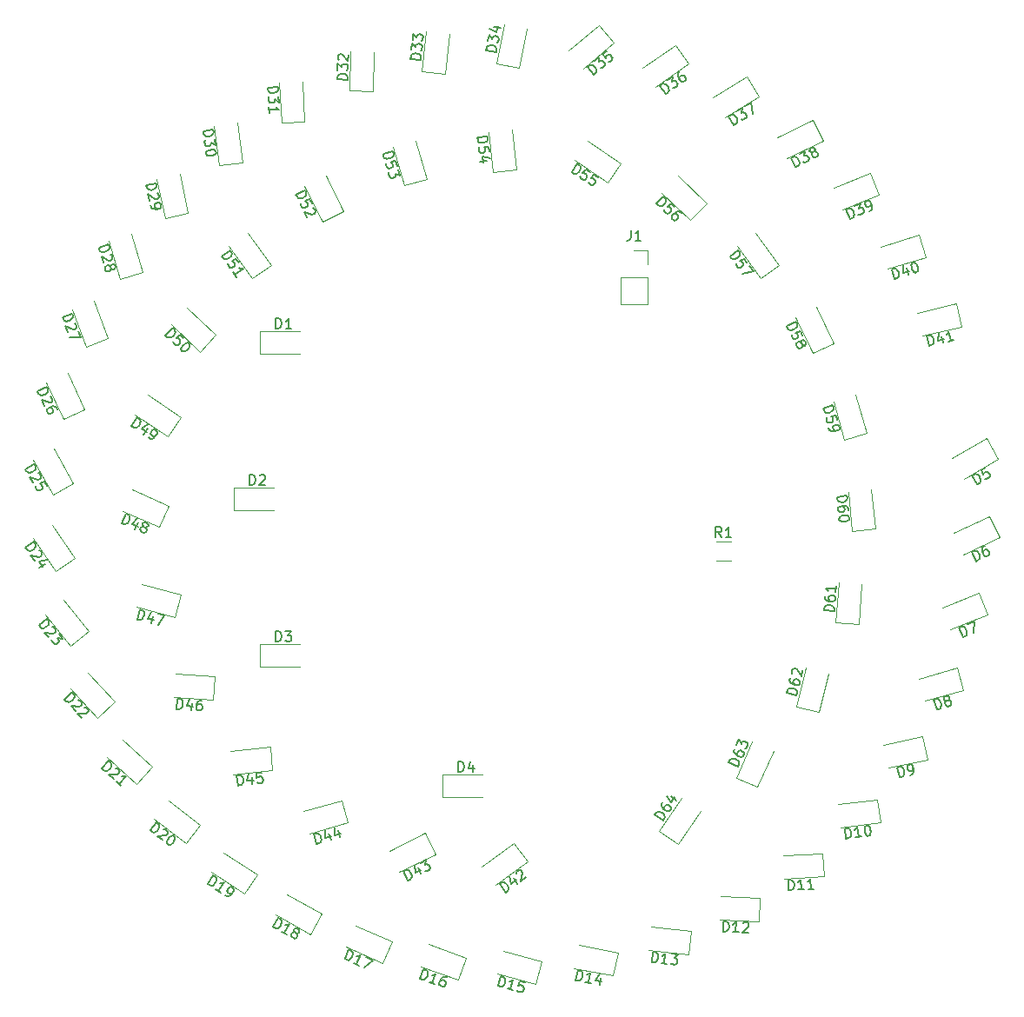
<source format=gbr>
%TF.GenerationSoftware,KiCad,Pcbnew,7.0.6*%
%TF.CreationDate,2023-07-26T18:59:44+05:30*%
%TF.ProjectId,class3_assignment,636c6173-7333-45f6-9173-7369676e6d65,rev?*%
%TF.SameCoordinates,Original*%
%TF.FileFunction,Legend,Top*%
%TF.FilePolarity,Positive*%
%FSLAX46Y46*%
G04 Gerber Fmt 4.6, Leading zero omitted, Abs format (unit mm)*
G04 Created by KiCad (PCBNEW 7.0.6) date 2023-07-26 18:59:44*
%MOMM*%
%LPD*%
G01*
G04 APERTURE LIST*
%ADD10C,0.150000*%
%ADD11C,0.120000*%
G04 APERTURE END LIST*
D10*
X158999458Y-140560505D02*
X159668589Y-139817360D01*
X159668589Y-139817360D02*
X159845528Y-139976677D01*
X159845528Y-139976677D02*
X159919828Y-140107655D01*
X159919828Y-140107655D02*
X159926877Y-140242157D01*
X159926877Y-140242157D02*
X159898538Y-140344797D01*
X159898538Y-140344797D02*
X159806473Y-140518211D01*
X159806473Y-140518211D02*
X159710882Y-140624375D01*
X159710882Y-140624375D02*
X159548041Y-140734063D01*
X159548041Y-140734063D02*
X159448927Y-140772975D01*
X159448927Y-140772975D02*
X159314424Y-140780024D01*
X159314424Y-140780024D02*
X159176397Y-140719822D01*
X159176397Y-140719822D02*
X158999458Y-140560505D01*
X160312619Y-140525403D02*
X160379870Y-140521879D01*
X160379870Y-140521879D02*
X160482509Y-140550218D01*
X160482509Y-140550218D02*
X160659448Y-140709534D01*
X160659448Y-140709534D02*
X160698361Y-140808649D01*
X160698361Y-140808649D02*
X160701885Y-140875900D01*
X160701885Y-140875900D02*
X160673546Y-140978539D01*
X160673546Y-140978539D02*
X160609820Y-141049315D01*
X160609820Y-141049315D02*
X160478842Y-141123615D01*
X160478842Y-141123615D02*
X159671827Y-141165909D01*
X159671827Y-141165909D02*
X160131869Y-141580133D01*
X160839626Y-142217400D02*
X160414972Y-141835040D01*
X160627299Y-142026220D02*
X161296430Y-141283075D01*
X161296430Y-141283075D02*
X161130064Y-141325512D01*
X161130064Y-141325512D02*
X160995561Y-141332561D01*
X160995561Y-141332561D02*
X160892922Y-141304222D01*
X152710733Y-103819764D02*
X153617041Y-103397145D01*
X153617041Y-103397145D02*
X153717664Y-103612933D01*
X153717664Y-103612933D02*
X153734881Y-103762530D01*
X153734881Y-103762530D02*
X153688815Y-103889095D01*
X153688815Y-103889095D02*
X153622625Y-103972501D01*
X153622625Y-103972501D02*
X153470119Y-104096158D01*
X153470119Y-104096158D02*
X153340647Y-104156532D01*
X153340647Y-104156532D02*
X153147892Y-104193873D01*
X153147892Y-104193873D02*
X153041452Y-104190965D01*
X153041452Y-104190965D02*
X152914888Y-104144899D01*
X152914888Y-104144899D02*
X152811357Y-104035551D01*
X152811357Y-104035551D02*
X152710733Y-103819764D01*
X153933219Y-104300545D02*
X153996502Y-104323578D01*
X153996502Y-104323578D02*
X154079909Y-104389768D01*
X154079909Y-104389768D02*
X154180532Y-104605556D01*
X154180532Y-104605556D02*
X154177624Y-104711996D01*
X154177624Y-104711996D02*
X154154591Y-104775278D01*
X154154591Y-104775278D02*
X154088401Y-104858685D01*
X154088401Y-104858685D02*
X154002086Y-104898934D01*
X154002086Y-104898934D02*
X153852488Y-104916150D01*
X153852488Y-104916150D02*
X153093102Y-104639756D01*
X153093102Y-104639756D02*
X153354723Y-105200804D01*
X154623275Y-105555021D02*
X154542776Y-105382391D01*
X154542776Y-105382391D02*
X154459369Y-105316201D01*
X154459369Y-105316201D02*
X154396087Y-105293168D01*
X154396087Y-105293168D02*
X154226365Y-105267227D01*
X154226365Y-105267227D02*
X154033610Y-105304568D01*
X154033610Y-105304568D02*
X153688350Y-105465566D01*
X153688350Y-105465566D02*
X153622160Y-105548972D01*
X153622160Y-105548972D02*
X153599127Y-105612255D01*
X153599127Y-105612255D02*
X153596219Y-105718694D01*
X153596219Y-105718694D02*
X153676718Y-105891324D01*
X153676718Y-105891324D02*
X153760125Y-105957515D01*
X153760125Y-105957515D02*
X153823407Y-105980548D01*
X153823407Y-105980548D02*
X153929847Y-105983456D01*
X153929847Y-105983456D02*
X154145634Y-105882832D01*
X154145634Y-105882832D02*
X154211824Y-105799425D01*
X154211824Y-105799425D02*
X154234857Y-105736143D01*
X154234857Y-105736143D02*
X154237765Y-105629704D01*
X154237765Y-105629704D02*
X154157267Y-105457074D01*
X154157267Y-105457074D02*
X154073860Y-105390883D01*
X154073860Y-105390883D02*
X154010578Y-105367850D01*
X154010578Y-105367850D02*
X153904138Y-105364942D01*
X240289123Y-134818342D02*
X240013486Y-133857080D01*
X240013486Y-133857080D02*
X240242358Y-133791452D01*
X240242358Y-133791452D02*
X240392807Y-133797850D01*
X240392807Y-133797850D02*
X240510606Y-133863148D01*
X240510606Y-133863148D02*
X240582632Y-133941571D01*
X240582632Y-133941571D02*
X240680909Y-134111543D01*
X240680909Y-134111543D02*
X240720285Y-134248866D01*
X240720285Y-134248866D02*
X240727013Y-134445089D01*
X240727013Y-134445089D02*
X240707490Y-134549763D01*
X240707490Y-134549763D02*
X240642193Y-134667563D01*
X240642193Y-134667563D02*
X240517995Y-134752714D01*
X240517995Y-134752714D02*
X240289123Y-134818342D01*
X241230201Y-133954036D02*
X241125527Y-133934512D01*
X241125527Y-133934512D02*
X241066627Y-133901864D01*
X241066627Y-133901864D02*
X240994601Y-133823440D01*
X240994601Y-133823440D02*
X240981476Y-133777666D01*
X240981476Y-133777666D02*
X241000999Y-133672992D01*
X241000999Y-133672992D02*
X241033648Y-133614092D01*
X241033648Y-133614092D02*
X241112071Y-133542066D01*
X241112071Y-133542066D02*
X241295168Y-133489564D01*
X241295168Y-133489564D02*
X241399843Y-133509087D01*
X241399843Y-133509087D02*
X241458743Y-133541736D01*
X241458743Y-133541736D02*
X241530768Y-133620159D01*
X241530768Y-133620159D02*
X241543894Y-133665933D01*
X241543894Y-133665933D02*
X241524371Y-133770608D01*
X241524371Y-133770608D02*
X241491722Y-133829508D01*
X241491722Y-133829508D02*
X241413299Y-133901533D01*
X241413299Y-133901533D02*
X241230201Y-133954036D01*
X241230201Y-133954036D02*
X241151778Y-134026061D01*
X241151778Y-134026061D02*
X241119129Y-134084961D01*
X241119129Y-134084961D02*
X241099606Y-134189635D01*
X241099606Y-134189635D02*
X241152108Y-134372733D01*
X241152108Y-134372733D02*
X241224134Y-134451156D01*
X241224134Y-134451156D02*
X241283034Y-134483805D01*
X241283034Y-134483805D02*
X241387708Y-134503328D01*
X241387708Y-134503328D02*
X241570806Y-134450826D01*
X241570806Y-134450826D02*
X241649229Y-134378800D01*
X241649229Y-134378800D02*
X241681878Y-134319900D01*
X241681878Y-134319900D02*
X241701401Y-134215226D01*
X241701401Y-134215226D02*
X241648898Y-134032128D01*
X241648898Y-134032128D02*
X241576873Y-133953705D01*
X241576873Y-133953705D02*
X241517973Y-133921056D01*
X241517973Y-133921056D02*
X241413299Y-133901533D01*
X231462396Y-147362047D02*
X231340527Y-146369500D01*
X231340527Y-146369500D02*
X231576848Y-146340484D01*
X231576848Y-146340484D02*
X231724443Y-146370338D01*
X231724443Y-146370338D02*
X231830578Y-146453260D01*
X231830578Y-146453260D02*
X231889449Y-146541985D01*
X231889449Y-146541985D02*
X231959926Y-146725238D01*
X231959926Y-146725238D02*
X231977336Y-146867030D01*
X231977336Y-146867030D02*
X231953285Y-147061890D01*
X231953285Y-147061890D02*
X231917627Y-147162221D01*
X231917627Y-147162221D02*
X231834706Y-147268356D01*
X231834706Y-147268356D02*
X231698717Y-147333030D01*
X231698717Y-147333030D02*
X231462396Y-147362047D01*
X232974848Y-147176341D02*
X232407678Y-147245981D01*
X232691263Y-147211161D02*
X232569394Y-146218615D01*
X232569394Y-146218615D02*
X232492275Y-146372014D01*
X232492275Y-146372014D02*
X232409354Y-146478148D01*
X232409354Y-146478148D02*
X232320629Y-146537019D01*
X233467412Y-146108352D02*
X233561940Y-146096745D01*
X233561940Y-146096745D02*
X233662271Y-146132403D01*
X233662271Y-146132403D02*
X233715339Y-146173864D01*
X233715339Y-146173864D02*
X233774209Y-146262588D01*
X233774209Y-146262588D02*
X233844687Y-146445842D01*
X233844687Y-146445842D02*
X233873703Y-146682162D01*
X233873703Y-146682162D02*
X233849652Y-146877022D01*
X233849652Y-146877022D02*
X233813995Y-146977353D01*
X233813995Y-146977353D02*
X233772534Y-147030421D01*
X233772534Y-147030421D02*
X233683809Y-147089291D01*
X233683809Y-147089291D02*
X233589281Y-147100898D01*
X233589281Y-147100898D02*
X233488949Y-147065241D01*
X233488949Y-147065241D02*
X233435882Y-147023780D01*
X233435882Y-147023780D02*
X233377011Y-146935055D01*
X233377011Y-146935055D02*
X233306534Y-146751802D01*
X233306534Y-146751802D02*
X233277518Y-146515481D01*
X233277518Y-146515481D02*
X233301568Y-146320621D01*
X233301568Y-146320621D02*
X233337226Y-146220290D01*
X233337226Y-146220290D02*
X233378687Y-146167223D01*
X233378687Y-146167223D02*
X233467412Y-146108352D01*
X213909599Y-74856908D02*
X213336023Y-74037756D01*
X213336023Y-74037756D02*
X213531059Y-73901190D01*
X213531059Y-73901190D02*
X213675394Y-73858258D01*
X213675394Y-73858258D02*
X213808035Y-73881646D01*
X213808035Y-73881646D02*
X213901668Y-73932348D01*
X213901668Y-73932348D02*
X214049928Y-74061063D01*
X214049928Y-74061063D02*
X214131868Y-74178085D01*
X214131868Y-74178085D02*
X214202113Y-74361427D01*
X214202113Y-74361427D02*
X214217732Y-74466755D01*
X214217732Y-74466755D02*
X214194344Y-74599396D01*
X214194344Y-74599396D02*
X214104636Y-74720342D01*
X214104636Y-74720342D02*
X213909599Y-74856908D01*
X214077160Y-73518806D02*
X214584255Y-73163735D01*
X214584255Y-73163735D02*
X214529709Y-73666985D01*
X214529709Y-73666985D02*
X214646731Y-73585045D01*
X214646731Y-73585045D02*
X214752059Y-73569426D01*
X214752059Y-73569426D02*
X214818379Y-73581120D01*
X214818379Y-73581120D02*
X214912013Y-73631822D01*
X214912013Y-73631822D02*
X215048578Y-73826858D01*
X215048578Y-73826858D02*
X215064197Y-73932186D01*
X215064197Y-73932186D02*
X215052503Y-73998506D01*
X215052503Y-73998506D02*
X215001802Y-74092140D01*
X215001802Y-74092140D02*
X214767759Y-74256019D01*
X214767759Y-74256019D02*
X214662431Y-74271638D01*
X214662431Y-74271638D02*
X214596111Y-74259944D01*
X215286385Y-72672098D02*
X215130356Y-72781351D01*
X215130356Y-72781351D02*
X215079655Y-72874984D01*
X215079655Y-72874984D02*
X215067961Y-72941305D01*
X215067961Y-72941305D02*
X215071886Y-73112953D01*
X215071886Y-73112953D02*
X215142131Y-73296295D01*
X215142131Y-73296295D02*
X215360636Y-73608353D01*
X215360636Y-73608353D02*
X215454270Y-73659054D01*
X215454270Y-73659054D02*
X215520590Y-73670748D01*
X215520590Y-73670748D02*
X215625918Y-73655129D01*
X215625918Y-73655129D02*
X215781947Y-73545876D01*
X215781947Y-73545876D02*
X215832648Y-73452243D01*
X215832648Y-73452243D02*
X215844342Y-73385922D01*
X215844342Y-73385922D02*
X215828723Y-73280595D01*
X215828723Y-73280595D02*
X215692157Y-73085558D01*
X215692157Y-73085558D02*
X215598524Y-73034857D01*
X215598524Y-73034857D02*
X215532203Y-73023163D01*
X215532203Y-73023163D02*
X215426876Y-73038782D01*
X215426876Y-73038782D02*
X215270847Y-73148035D01*
X215270847Y-73148035D02*
X215220145Y-73241668D01*
X215220145Y-73241668D02*
X215208451Y-73307989D01*
X215208451Y-73307989D02*
X215224070Y-73413316D01*
X163680611Y-146580293D02*
X164296272Y-145792282D01*
X164296272Y-145792282D02*
X164483894Y-145938868D01*
X164483894Y-145938868D02*
X164567150Y-146064344D01*
X164567150Y-146064344D02*
X164583564Y-146198027D01*
X164583564Y-146198027D02*
X164562454Y-146302393D01*
X164562454Y-146302393D02*
X164482709Y-146481808D01*
X164482709Y-146481808D02*
X164394757Y-146594380D01*
X164394757Y-146594380D02*
X164239964Y-146715161D01*
X164239964Y-146715161D02*
X164143806Y-146760892D01*
X164143806Y-146760892D02*
X164010122Y-146777306D01*
X164010122Y-146777306D02*
X163868232Y-146726879D01*
X163868232Y-146726879D02*
X163680611Y-146580293D01*
X164988124Y-146453675D02*
X165054966Y-146445468D01*
X165054966Y-146445468D02*
X165159332Y-146466578D01*
X165159332Y-146466578D02*
X165346953Y-146613164D01*
X165346953Y-146613164D02*
X165392685Y-146709323D01*
X165392685Y-146709323D02*
X165400892Y-146776164D01*
X165400892Y-146776164D02*
X165379782Y-146880530D01*
X165379782Y-146880530D02*
X165321147Y-146955579D01*
X165321147Y-146955579D02*
X165195671Y-147038835D01*
X165195671Y-147038835D02*
X164393573Y-147137320D01*
X164393573Y-147137320D02*
X164881389Y-147518444D01*
X165984867Y-147111557D02*
X166059915Y-147170191D01*
X166059915Y-147170191D02*
X166105647Y-147266350D01*
X166105647Y-147266350D02*
X166113854Y-147333191D01*
X166113854Y-147333191D02*
X166092744Y-147437557D01*
X166092744Y-147437557D02*
X166012999Y-147616972D01*
X166012999Y-147616972D02*
X165866413Y-147804593D01*
X165866413Y-147804593D02*
X165711620Y-147925373D01*
X165711620Y-147925373D02*
X165615461Y-147971105D01*
X165615461Y-147971105D02*
X165548620Y-147979312D01*
X165548620Y-147979312D02*
X165444254Y-147958202D01*
X165444254Y-147958202D02*
X165369205Y-147899567D01*
X165369205Y-147899567D02*
X165323474Y-147803409D01*
X165323474Y-147803409D02*
X165315267Y-147736567D01*
X165315267Y-147736567D02*
X165336377Y-147632201D01*
X165336377Y-147632201D02*
X165416121Y-147452787D01*
X165416121Y-147452787D02*
X165562707Y-147265165D01*
X165562707Y-147265165D02*
X165717501Y-147144385D01*
X165717501Y-147144385D02*
X165813659Y-147098654D01*
X165813659Y-147098654D02*
X165880501Y-147090447D01*
X165880501Y-147090447D02*
X165984867Y-147111557D01*
X220142993Y-90662126D02*
X220952010Y-90074340D01*
X220952010Y-90074340D02*
X221091959Y-90266963D01*
X221091959Y-90266963D02*
X221137403Y-90410527D01*
X221137403Y-90410527D02*
X221116334Y-90543556D01*
X221116334Y-90543556D02*
X221067274Y-90638060D01*
X221067274Y-90638060D02*
X220941166Y-90788544D01*
X220941166Y-90788544D02*
X220825592Y-90872513D01*
X220825592Y-90872513D02*
X220643504Y-90945948D01*
X220643504Y-90945948D02*
X220538464Y-90963402D01*
X220538464Y-90963402D02*
X220405436Y-90942333D01*
X220405436Y-90942333D02*
X220282942Y-90854749D01*
X220282942Y-90854749D02*
X220142993Y-90662126D01*
X221819693Y-91268604D02*
X221539795Y-90883357D01*
X221539795Y-90883357D02*
X221126559Y-91124730D01*
X221126559Y-91124730D02*
X221193074Y-91135265D01*
X221193074Y-91135265D02*
X221287578Y-91184325D01*
X221287578Y-91184325D02*
X221427527Y-91376948D01*
X221427527Y-91376948D02*
X221444982Y-91481987D01*
X221444982Y-91481987D02*
X221434447Y-91548501D01*
X221434447Y-91548501D02*
X221385387Y-91643005D01*
X221385387Y-91643005D02*
X221192764Y-91782954D01*
X221192764Y-91782954D02*
X221087725Y-91800409D01*
X221087725Y-91800409D02*
X221021211Y-91789874D01*
X221021211Y-91789874D02*
X220926707Y-91740815D01*
X220926707Y-91740815D02*
X220786758Y-91548192D01*
X220786758Y-91548192D02*
X220769303Y-91443153D01*
X220769303Y-91443153D02*
X220779838Y-91376638D01*
X222043611Y-91576801D02*
X222435468Y-92116145D01*
X222435468Y-92116145D02*
X221374543Y-92357209D01*
X220956050Y-140358935D02*
X220042504Y-139952199D01*
X220042504Y-139952199D02*
X220139346Y-139734688D01*
X220139346Y-139734688D02*
X220240954Y-139623550D01*
X220240954Y-139623550D02*
X220366695Y-139575282D01*
X220366695Y-139575282D02*
X220473068Y-139570517D01*
X220473068Y-139570517D02*
X220666445Y-139604488D01*
X220666445Y-139604488D02*
X220796951Y-139662594D01*
X220796951Y-139662594D02*
X220951592Y-139783569D01*
X220951592Y-139783569D02*
X221019227Y-139865808D01*
X221019227Y-139865808D02*
X221067495Y-139991550D01*
X221067495Y-139991550D02*
X221052892Y-140141424D01*
X221052892Y-140141424D02*
X220956050Y-140358935D01*
X220623557Y-138647134D02*
X220546083Y-138821142D01*
X220546083Y-138821142D02*
X220550848Y-138927515D01*
X220550848Y-138927515D02*
X220574982Y-138990386D01*
X220574982Y-138990386D02*
X220666752Y-139135495D01*
X220666752Y-139135495D02*
X220821392Y-139256471D01*
X220821392Y-139256471D02*
X221169409Y-139411418D01*
X221169409Y-139411418D02*
X221275782Y-139406653D01*
X221275782Y-139406653D02*
X221338653Y-139382519D01*
X221338653Y-139382519D02*
X221420892Y-139314883D01*
X221420892Y-139314883D02*
X221498365Y-139140875D01*
X221498365Y-139140875D02*
X221493600Y-139034502D01*
X221493600Y-139034502D02*
X221469466Y-138971631D01*
X221469466Y-138971631D02*
X221401830Y-138889392D01*
X221401830Y-138889392D02*
X221184320Y-138792550D01*
X221184320Y-138792550D02*
X221077947Y-138797316D01*
X221077947Y-138797316D02*
X221015076Y-138821449D01*
X221015076Y-138821449D02*
X220932837Y-138889085D01*
X220932837Y-138889085D02*
X220855364Y-139063094D01*
X220855364Y-139063094D02*
X220860129Y-139169467D01*
X220860129Y-139169467D02*
X220884263Y-139232337D01*
X220884263Y-139232337D02*
X220951899Y-139314576D01*
X220797872Y-138255614D02*
X221049662Y-137690086D01*
X221049662Y-137690086D02*
X221262100Y-138149549D01*
X221262100Y-138149549D02*
X221320205Y-138019042D01*
X221320205Y-138019042D02*
X221402444Y-137951406D01*
X221402444Y-137951406D02*
X221465315Y-137927272D01*
X221465315Y-137927272D02*
X221571688Y-137922507D01*
X221571688Y-137922507D02*
X221789199Y-138019349D01*
X221789199Y-138019349D02*
X221856835Y-138101588D01*
X221856835Y-138101588D02*
X221880968Y-138164459D01*
X221880968Y-138164459D02*
X221885734Y-138270831D01*
X221885734Y-138270831D02*
X221769523Y-138531844D01*
X221769523Y-138531844D02*
X221687284Y-138599480D01*
X221687284Y-138599480D02*
X221624414Y-138623614D01*
X168838251Y-78456896D02*
X169830798Y-78335027D01*
X169830798Y-78335027D02*
X169859814Y-78571348D01*
X169859814Y-78571348D02*
X169829960Y-78718943D01*
X169829960Y-78718943D02*
X169747038Y-78825078D01*
X169747038Y-78825078D02*
X169658313Y-78883949D01*
X169658313Y-78883949D02*
X169475060Y-78954426D01*
X169475060Y-78954426D02*
X169333268Y-78971836D01*
X169333268Y-78971836D02*
X169138408Y-78947785D01*
X169138408Y-78947785D02*
X169038077Y-78912127D01*
X169038077Y-78912127D02*
X168931942Y-78829206D01*
X168931942Y-78829206D02*
X168867268Y-78693217D01*
X168867268Y-78693217D02*
X168838251Y-78456896D01*
X169941060Y-79233045D02*
X170016503Y-79847478D01*
X170016503Y-79847478D02*
X169597767Y-79563056D01*
X169597767Y-79563056D02*
X169615177Y-79704848D01*
X169615177Y-79704848D02*
X169579520Y-79805180D01*
X169579520Y-79805180D02*
X169538059Y-79858247D01*
X169538059Y-79858247D02*
X169449334Y-79917118D01*
X169449334Y-79917118D02*
X169213013Y-79946134D01*
X169213013Y-79946134D02*
X169112682Y-79910477D01*
X169112682Y-79910477D02*
X169059615Y-79869016D01*
X169059615Y-79869016D02*
X169000744Y-79780291D01*
X169000744Y-79780291D02*
X168965924Y-79496707D01*
X168965924Y-79496707D02*
X169001582Y-79396375D01*
X169001582Y-79396375D02*
X169043042Y-79343308D01*
X170091946Y-80461912D02*
X170103553Y-80556440D01*
X170103553Y-80556440D02*
X170067895Y-80656771D01*
X170067895Y-80656771D02*
X170026434Y-80709839D01*
X170026434Y-80709839D02*
X169937710Y-80768709D01*
X169937710Y-80768709D02*
X169754456Y-80839187D01*
X169754456Y-80839187D02*
X169518136Y-80868203D01*
X169518136Y-80868203D02*
X169323276Y-80844152D01*
X169323276Y-80844152D02*
X169222945Y-80808495D01*
X169222945Y-80808495D02*
X169169877Y-80767034D01*
X169169877Y-80767034D02*
X169111007Y-80678309D01*
X169111007Y-80678309D02*
X169099400Y-80583781D01*
X169099400Y-80583781D02*
X169135057Y-80483449D01*
X169135057Y-80483449D02*
X169176518Y-80430382D01*
X169176518Y-80430382D02*
X169265243Y-80371511D01*
X169265243Y-80371511D02*
X169448496Y-80301034D01*
X169448496Y-80301034D02*
X169684817Y-80272018D01*
X169684817Y-80272018D02*
X169879677Y-80296068D01*
X169879677Y-80296068D02*
X169980008Y-80331726D01*
X169980008Y-80331726D02*
X170033075Y-80373187D01*
X170033075Y-80373187D02*
X170091946Y-80461912D01*
X190037169Y-71527434D02*
X189042647Y-71422905D01*
X189042647Y-71422905D02*
X189067534Y-71186114D01*
X189067534Y-71186114D02*
X189129825Y-71049017D01*
X189129825Y-71049017D02*
X189234497Y-70964256D01*
X189234497Y-70964256D02*
X189334191Y-70926853D01*
X189334191Y-70926853D02*
X189528601Y-70899405D01*
X189528601Y-70899405D02*
X189670675Y-70914338D01*
X189670675Y-70914338D02*
X189855131Y-70981606D01*
X189855131Y-70981606D02*
X189944869Y-71038919D01*
X189944869Y-71038919D02*
X190029631Y-71143591D01*
X190029631Y-71143591D02*
X190062056Y-71290643D01*
X190062056Y-71290643D02*
X190037169Y-71527434D01*
X189137220Y-70523100D02*
X189201928Y-69907443D01*
X189201928Y-69907443D02*
X189545951Y-70278771D01*
X189545951Y-70278771D02*
X189560883Y-70136697D01*
X189560883Y-70136697D02*
X189618197Y-70046958D01*
X189618197Y-70046958D02*
X189670532Y-70004577D01*
X189670532Y-70004577D02*
X189770226Y-69967174D01*
X189770226Y-69967174D02*
X190007017Y-69992062D01*
X190007017Y-69992062D02*
X190096756Y-70049375D01*
X190096756Y-70049375D02*
X190139137Y-70101711D01*
X190139137Y-70101711D02*
X190176540Y-70201405D01*
X190176540Y-70201405D02*
X190146675Y-70485554D01*
X190146675Y-70485554D02*
X190089361Y-70575293D01*
X190089361Y-70575293D02*
X190037026Y-70617673D01*
X189236771Y-69575936D02*
X189301479Y-68960280D01*
X189301479Y-68960280D02*
X189645502Y-69331607D01*
X189645502Y-69331607D02*
X189660434Y-69189533D01*
X189660434Y-69189533D02*
X189717748Y-69099794D01*
X189717748Y-69099794D02*
X189770083Y-69057413D01*
X189770083Y-69057413D02*
X189869777Y-69020010D01*
X189869777Y-69020010D02*
X190106568Y-69044898D01*
X190106568Y-69044898D02*
X190196307Y-69102211D01*
X190196307Y-69102211D02*
X190238688Y-69154547D01*
X190238688Y-69154547D02*
X190276091Y-69254241D01*
X190276091Y-69254241D02*
X190246226Y-69538390D01*
X190246226Y-69538390D02*
X190188912Y-69628129D01*
X190188912Y-69628129D02*
X190136576Y-69670509D01*
X242831652Y-127738635D02*
X242473284Y-126805055D01*
X242473284Y-126805055D02*
X242695565Y-126719729D01*
X242695565Y-126719729D02*
X242845999Y-126712990D01*
X242845999Y-126712990D02*
X242969042Y-126767772D01*
X242969042Y-126767772D02*
X243047628Y-126839619D01*
X243047628Y-126839619D02*
X243160345Y-127000379D01*
X243160345Y-127000379D02*
X243211541Y-127133748D01*
X243211541Y-127133748D02*
X243235345Y-127328638D01*
X243235345Y-127328638D02*
X243225019Y-127434615D01*
X243225019Y-127434615D02*
X243170237Y-127557658D01*
X243170237Y-127557658D02*
X243053933Y-127653309D01*
X243053933Y-127653309D02*
X242831652Y-127738635D01*
X243317952Y-126480817D02*
X243940339Y-126241905D01*
X243940339Y-126241905D02*
X243898601Y-127329072D01*
X210486666Y-88124819D02*
X210486666Y-88839104D01*
X210486666Y-88839104D02*
X210439047Y-88981961D01*
X210439047Y-88981961D02*
X210343809Y-89077200D01*
X210343809Y-89077200D02*
X210200952Y-89124819D01*
X210200952Y-89124819D02*
X210105714Y-89124819D01*
X211486666Y-89124819D02*
X210915238Y-89124819D01*
X211200952Y-89124819D02*
X211200952Y-88124819D01*
X211200952Y-88124819D02*
X211105714Y-88267676D01*
X211105714Y-88267676D02*
X211010476Y-88362914D01*
X211010476Y-88362914D02*
X210915238Y-88410533D01*
X206908029Y-72985641D02*
X206265241Y-72219597D01*
X206265241Y-72219597D02*
X206447633Y-72066552D01*
X206447633Y-72066552D02*
X206587676Y-72011203D01*
X206587676Y-72011203D02*
X206721851Y-72022942D01*
X206721851Y-72022942D02*
X206819547Y-72065290D01*
X206819547Y-72065290D02*
X206978461Y-72180594D01*
X206978461Y-72180594D02*
X207070288Y-72290029D01*
X207070288Y-72290029D02*
X207156245Y-72466551D01*
X207156245Y-72466551D02*
X207180985Y-72570117D01*
X207180985Y-72570117D02*
X207169246Y-72704291D01*
X207169246Y-72704291D02*
X207090420Y-72832596D01*
X207090420Y-72832596D02*
X206908029Y-72985641D01*
X206958329Y-71638027D02*
X207432547Y-71240111D01*
X207432547Y-71240111D02*
X207422070Y-71746200D01*
X207422070Y-71746200D02*
X207531505Y-71654373D01*
X207531505Y-71654373D02*
X207635071Y-71629633D01*
X207635071Y-71629633D02*
X207702158Y-71635503D01*
X207702158Y-71635503D02*
X207799854Y-71677850D01*
X207799854Y-71677850D02*
X207952899Y-71860242D01*
X207952899Y-71860242D02*
X207977638Y-71963807D01*
X207977638Y-71963807D02*
X207971769Y-72030895D01*
X207971769Y-72030895D02*
X207929421Y-72128591D01*
X207929421Y-72128591D02*
X207710551Y-72312244D01*
X207710551Y-72312244D02*
X207606986Y-72336984D01*
X207606986Y-72336984D02*
X207539899Y-72331115D01*
X208125635Y-70658541D02*
X207760852Y-70964630D01*
X207760852Y-70964630D02*
X208030463Y-71360022D01*
X208030463Y-71360022D02*
X208036332Y-71292935D01*
X208036332Y-71292935D02*
X208078680Y-71195239D01*
X208078680Y-71195239D02*
X208261071Y-71042194D01*
X208261071Y-71042194D02*
X208364637Y-71017455D01*
X208364637Y-71017455D02*
X208431724Y-71023324D01*
X208431724Y-71023324D02*
X208529420Y-71065672D01*
X208529420Y-71065672D02*
X208682465Y-71248063D01*
X208682465Y-71248063D02*
X208707205Y-71351629D01*
X208707205Y-71351629D02*
X208701335Y-71418716D01*
X208701335Y-71418716D02*
X208658987Y-71516412D01*
X208658987Y-71516412D02*
X208476596Y-71669457D01*
X208476596Y-71669457D02*
X208373030Y-71694196D01*
X208373030Y-71694196D02*
X208305943Y-71688327D01*
X244131739Y-120358018D02*
X243709121Y-119451710D01*
X243709121Y-119451710D02*
X243924909Y-119351087D01*
X243924909Y-119351087D02*
X244074506Y-119333870D01*
X244074506Y-119333870D02*
X244201070Y-119379936D01*
X244201070Y-119379936D02*
X244284477Y-119446126D01*
X244284477Y-119446126D02*
X244408133Y-119598632D01*
X244408133Y-119598632D02*
X244468507Y-119728104D01*
X244468507Y-119728104D02*
X244505849Y-119920859D01*
X244505849Y-119920859D02*
X244502940Y-120027299D01*
X244502940Y-120027299D02*
X244456875Y-120153863D01*
X244456875Y-120153863D02*
X244347527Y-120257394D01*
X244347527Y-120257394D02*
X244131739Y-120358018D01*
X245003846Y-118847970D02*
X244831216Y-118928468D01*
X244831216Y-118928468D02*
X244765026Y-119011875D01*
X244765026Y-119011875D02*
X244741993Y-119075157D01*
X244741993Y-119075157D02*
X244716052Y-119244879D01*
X244716052Y-119244879D02*
X244753393Y-119437634D01*
X244753393Y-119437634D02*
X244914391Y-119782894D01*
X244914391Y-119782894D02*
X244997798Y-119849085D01*
X244997798Y-119849085D02*
X245061080Y-119872117D01*
X245061080Y-119872117D02*
X245167520Y-119875026D01*
X245167520Y-119875026D02*
X245340150Y-119794527D01*
X245340150Y-119794527D02*
X245406340Y-119711120D01*
X245406340Y-119711120D02*
X245429373Y-119647838D01*
X245429373Y-119647838D02*
X245432281Y-119541398D01*
X245432281Y-119541398D02*
X245331658Y-119325611D01*
X245331658Y-119325611D02*
X245248251Y-119259420D01*
X245248251Y-119259420D02*
X245184969Y-119236387D01*
X245184969Y-119236387D02*
X245078529Y-119233479D01*
X245078529Y-119233479D02*
X244905899Y-119313978D01*
X244905899Y-119313978D02*
X244839708Y-119397385D01*
X244839708Y-119397385D02*
X244816676Y-119460667D01*
X244816676Y-119460667D02*
X244813767Y-119567107D01*
X175921905Y-128174819D02*
X175921905Y-127174819D01*
X175921905Y-127174819D02*
X176160000Y-127174819D01*
X176160000Y-127174819D02*
X176302857Y-127222438D01*
X176302857Y-127222438D02*
X176398095Y-127317676D01*
X176398095Y-127317676D02*
X176445714Y-127412914D01*
X176445714Y-127412914D02*
X176493333Y-127603390D01*
X176493333Y-127603390D02*
X176493333Y-127746247D01*
X176493333Y-127746247D02*
X176445714Y-127936723D01*
X176445714Y-127936723D02*
X176398095Y-128031961D01*
X176398095Y-128031961D02*
X176302857Y-128127200D01*
X176302857Y-128127200D02*
X176160000Y-128174819D01*
X176160000Y-128174819D02*
X175921905Y-128174819D01*
X176826667Y-127174819D02*
X177445714Y-127174819D01*
X177445714Y-127174819D02*
X177112381Y-127555771D01*
X177112381Y-127555771D02*
X177255238Y-127555771D01*
X177255238Y-127555771D02*
X177350476Y-127603390D01*
X177350476Y-127603390D02*
X177398095Y-127651009D01*
X177398095Y-127651009D02*
X177445714Y-127746247D01*
X177445714Y-127746247D02*
X177445714Y-127984342D01*
X177445714Y-127984342D02*
X177398095Y-128079580D01*
X177398095Y-128079580D02*
X177350476Y-128127200D01*
X177350476Y-128127200D02*
X177255238Y-128174819D01*
X177255238Y-128174819D02*
X176969524Y-128174819D01*
X176969524Y-128174819D02*
X176874286Y-128127200D01*
X176874286Y-128127200D02*
X176826667Y-128079580D01*
X236652495Y-141402367D02*
X236444583Y-140424220D01*
X236444583Y-140424220D02*
X236677476Y-140374717D01*
X236677476Y-140374717D02*
X236827112Y-140391594D01*
X236827112Y-140391594D02*
X236940070Y-140464949D01*
X236940070Y-140464949D02*
X237006449Y-140548206D01*
X237006449Y-140548206D02*
X237092630Y-140724619D01*
X237092630Y-140724619D02*
X237122332Y-140864354D01*
X237122332Y-140864354D02*
X237115355Y-141060569D01*
X237115355Y-141060569D02*
X237088578Y-141163626D01*
X237088578Y-141163626D02*
X237015222Y-141276584D01*
X237015222Y-141276584D02*
X236885387Y-141352864D01*
X236885387Y-141352864D02*
X236652495Y-141402367D01*
X237677221Y-141184555D02*
X237863535Y-141144953D01*
X237863535Y-141144953D02*
X237946791Y-141078573D01*
X237946791Y-141078573D02*
X237983469Y-141022094D01*
X237983469Y-141022094D02*
X238046924Y-140862558D01*
X238046924Y-140862558D02*
X238053901Y-140666343D01*
X238053901Y-140666343D02*
X237974696Y-140293716D01*
X237974696Y-140293716D02*
X237908317Y-140210459D01*
X237908317Y-140210459D02*
X237851838Y-140173781D01*
X237851838Y-140173781D02*
X237748780Y-140147004D01*
X237748780Y-140147004D02*
X237562466Y-140186606D01*
X237562466Y-140186606D02*
X237479210Y-140252986D01*
X237479210Y-140252986D02*
X237442532Y-140309465D01*
X237442532Y-140309465D02*
X237415755Y-140412522D01*
X237415755Y-140412522D02*
X237465258Y-140645415D01*
X237465258Y-140645415D02*
X237531637Y-140728671D01*
X237531637Y-140728671D02*
X237588116Y-140765349D01*
X237588116Y-140765349D02*
X237691174Y-140792126D01*
X237691174Y-140792126D02*
X237877487Y-140752524D01*
X237877487Y-140752524D02*
X237960744Y-140686144D01*
X237960744Y-140686144D02*
X237997422Y-140629665D01*
X237997422Y-140629665D02*
X238024199Y-140526608D01*
X160913843Y-116640355D02*
X161320579Y-115726809D01*
X161320579Y-115726809D02*
X161538090Y-115823651D01*
X161538090Y-115823651D02*
X161649228Y-115925259D01*
X161649228Y-115925259D02*
X161697496Y-116051000D01*
X161697496Y-116051000D02*
X161702261Y-116157373D01*
X161702261Y-116157373D02*
X161668290Y-116350750D01*
X161668290Y-116350750D02*
X161610184Y-116481256D01*
X161610184Y-116481256D02*
X161489209Y-116635897D01*
X161489209Y-116635897D02*
X161406970Y-116703532D01*
X161406970Y-116703532D02*
X161281228Y-116751800D01*
X161281228Y-116751800D02*
X161131354Y-116737197D01*
X161131354Y-116737197D02*
X160913843Y-116640355D01*
X162490065Y-116612377D02*
X162218908Y-117221407D01*
X162427502Y-116167518D02*
X161919465Y-116723208D01*
X161919465Y-116723208D02*
X162484993Y-116974997D01*
X163060359Y-116970539D02*
X162992723Y-116888300D01*
X162992723Y-116888300D02*
X162968589Y-116825429D01*
X162968589Y-116825429D02*
X162963824Y-116719057D01*
X162963824Y-116719057D02*
X162983192Y-116675555D01*
X162983192Y-116675555D02*
X163065431Y-116607919D01*
X163065431Y-116607919D02*
X163128302Y-116583785D01*
X163128302Y-116583785D02*
X163234675Y-116579020D01*
X163234675Y-116579020D02*
X163408683Y-116656493D01*
X163408683Y-116656493D02*
X163476319Y-116738732D01*
X163476319Y-116738732D02*
X163500453Y-116801603D01*
X163500453Y-116801603D02*
X163505218Y-116907975D01*
X163505218Y-116907975D02*
X163485850Y-116951478D01*
X163485850Y-116951478D02*
X163403611Y-117019114D01*
X163403611Y-117019114D02*
X163340740Y-117043247D01*
X163340740Y-117043247D02*
X163234368Y-117048013D01*
X163234368Y-117048013D02*
X163060359Y-116970539D01*
X163060359Y-116970539D02*
X162953986Y-116975304D01*
X162953986Y-116975304D02*
X162891116Y-116999438D01*
X162891116Y-116999438D02*
X162808877Y-117067074D01*
X162808877Y-117067074D02*
X162731403Y-117241083D01*
X162731403Y-117241083D02*
X162736168Y-117347455D01*
X162736168Y-117347455D02*
X162760302Y-117410326D01*
X162760302Y-117410326D02*
X162827938Y-117492565D01*
X162827938Y-117492565D02*
X163001947Y-117570039D01*
X163001947Y-117570039D02*
X163108319Y-117565273D01*
X163108319Y-117565273D02*
X163171190Y-117541140D01*
X163171190Y-117541140D02*
X163253429Y-117473504D01*
X163253429Y-117473504D02*
X163330903Y-117299495D01*
X163330903Y-117299495D02*
X163326137Y-117193122D01*
X163326137Y-117193122D02*
X163302003Y-117130252D01*
X163302003Y-117130252D02*
X163234368Y-117048013D01*
X225868533Y-152397952D02*
X225816197Y-151399323D01*
X225816197Y-151399323D02*
X226053966Y-151386862D01*
X226053966Y-151386862D02*
X226199120Y-151426939D01*
X226199120Y-151426939D02*
X226299212Y-151517062D01*
X226299212Y-151517062D02*
X226351750Y-151609677D01*
X226351750Y-151609677D02*
X226409272Y-151797400D01*
X226409272Y-151797400D02*
X226416749Y-151940062D01*
X226416749Y-151940062D02*
X226379164Y-152132769D01*
X226379164Y-152132769D02*
X226336595Y-152230369D01*
X226336595Y-152230369D02*
X226246471Y-152330461D01*
X226246471Y-152330461D02*
X226106302Y-152385491D01*
X226106302Y-152385491D02*
X225868533Y-152397952D01*
X227390254Y-152318202D02*
X226819609Y-152348108D01*
X227104932Y-152333155D02*
X227052596Y-151334526D01*
X227052596Y-151334526D02*
X226964965Y-151482171D01*
X226964965Y-151482171D02*
X226874842Y-151582263D01*
X226874842Y-151582263D02*
X226782226Y-151634801D01*
X228341330Y-152268358D02*
X227770685Y-152298265D01*
X228056008Y-152283311D02*
X228003672Y-151284682D01*
X228003672Y-151284682D02*
X227916041Y-151432328D01*
X227916041Y-151432328D02*
X227825917Y-151532420D01*
X227825917Y-151532420D02*
X227733302Y-151584958D01*
X226640908Y-133404048D02*
X225670612Y-133162127D01*
X225670612Y-133162127D02*
X225728213Y-132931104D01*
X225728213Y-132931104D02*
X225808978Y-132804010D01*
X225808978Y-132804010D02*
X225924427Y-132734641D01*
X225924427Y-132734641D02*
X226028356Y-132711477D01*
X226028356Y-132711477D02*
X226224695Y-132711353D01*
X226224695Y-132711353D02*
X226363308Y-132745913D01*
X226363308Y-132745913D02*
X226536606Y-132838198D01*
X226536606Y-132838198D02*
X226617495Y-132907443D01*
X226617495Y-132907443D02*
X226686864Y-133022892D01*
X226686864Y-133022892D02*
X226698509Y-133173026D01*
X226698509Y-133173026D02*
X226640908Y-133404048D01*
X226016215Y-131775990D02*
X225970135Y-131960808D01*
X225970135Y-131960808D02*
X225993299Y-132064737D01*
X225993299Y-132064737D02*
X226027984Y-132122462D01*
X226027984Y-132122462D02*
X226143557Y-132249431D01*
X226143557Y-132249431D02*
X226316855Y-132341716D01*
X226316855Y-132341716D02*
X226686492Y-132433877D01*
X226686492Y-132433877D02*
X226790421Y-132410713D01*
X226790421Y-132410713D02*
X226848146Y-132376028D01*
X226848146Y-132376028D02*
X226917390Y-132295139D01*
X226917390Y-132295139D02*
X226963471Y-132110321D01*
X226963471Y-132110321D02*
X226940306Y-132006392D01*
X226940306Y-132006392D02*
X226905622Y-131948667D01*
X226905622Y-131948667D02*
X226824733Y-131879422D01*
X226824733Y-131879422D02*
X226593710Y-131821822D01*
X226593710Y-131821822D02*
X226489781Y-131844986D01*
X226489781Y-131844986D02*
X226432056Y-131879671D01*
X226432056Y-131879671D02*
X226362811Y-131960560D01*
X226362811Y-131960560D02*
X226316731Y-132145378D01*
X226316731Y-132145378D02*
X226339895Y-132249307D01*
X226339895Y-132249307D02*
X226374580Y-132307032D01*
X226374580Y-132307032D02*
X226455469Y-132376276D01*
X226223825Y-131336984D02*
X226189141Y-131279260D01*
X226189141Y-131279260D02*
X226165976Y-131175331D01*
X226165976Y-131175331D02*
X226223577Y-130944308D01*
X226223577Y-130944308D02*
X226292822Y-130863419D01*
X226292822Y-130863419D02*
X226350546Y-130828734D01*
X226350546Y-130828734D02*
X226454475Y-130805570D01*
X226454475Y-130805570D02*
X226546884Y-130828610D01*
X226546884Y-130828610D02*
X226673978Y-130909375D01*
X226673978Y-130909375D02*
X227090192Y-131602071D01*
X227090192Y-131602071D02*
X227239953Y-131001411D01*
X163293825Y-83729010D02*
X164271973Y-83521098D01*
X164271973Y-83521098D02*
X164321476Y-83753991D01*
X164321476Y-83753991D02*
X164304599Y-83903627D01*
X164304599Y-83903627D02*
X164231243Y-84016585D01*
X164231243Y-84016585D02*
X164147987Y-84082964D01*
X164147987Y-84082964D02*
X163971573Y-84169145D01*
X163971573Y-84169145D02*
X163831838Y-84198846D01*
X163831838Y-84198846D02*
X163635624Y-84191870D01*
X163635624Y-84191870D02*
X163532566Y-84165093D01*
X163532566Y-84165093D02*
X163419608Y-84091737D01*
X163419608Y-84091737D02*
X163343328Y-83961902D01*
X163343328Y-83961902D02*
X163293825Y-83729010D01*
X164376827Y-84472469D02*
X164433306Y-84509146D01*
X164433306Y-84509146D02*
X164499686Y-84592403D01*
X164499686Y-84592403D02*
X164549188Y-84825295D01*
X164549188Y-84825295D02*
X164522411Y-84928353D01*
X164522411Y-84928353D02*
X164485733Y-84984832D01*
X164485733Y-84984832D02*
X164402477Y-85051211D01*
X164402477Y-85051211D02*
X164309320Y-85071012D01*
X164309320Y-85071012D02*
X164159684Y-85054135D01*
X164159684Y-85054135D02*
X163481936Y-84614001D01*
X163481936Y-84614001D02*
X163610643Y-85219521D01*
X163709649Y-85685305D02*
X163749251Y-85871619D01*
X163749251Y-85871619D02*
X163815630Y-85954875D01*
X163815630Y-85954875D02*
X163872109Y-85991553D01*
X163872109Y-85991553D02*
X164031646Y-86055009D01*
X164031646Y-86055009D02*
X164227860Y-86061985D01*
X164227860Y-86061985D02*
X164600488Y-85982780D01*
X164600488Y-85982780D02*
X164683744Y-85916401D01*
X164683744Y-85916401D02*
X164720422Y-85859922D01*
X164720422Y-85859922D02*
X164747199Y-85756864D01*
X164747199Y-85756864D02*
X164707597Y-85570550D01*
X164707597Y-85570550D02*
X164641218Y-85487294D01*
X164641218Y-85487294D02*
X164584739Y-85450616D01*
X164584739Y-85450616D02*
X164481681Y-85423839D01*
X164481681Y-85423839D02*
X164248789Y-85473342D01*
X164248789Y-85473342D02*
X164165533Y-85539721D01*
X164165533Y-85539721D02*
X164128855Y-85596200D01*
X164128855Y-85596200D02*
X164102077Y-85699258D01*
X164102077Y-85699258D02*
X164141680Y-85885572D01*
X164141680Y-85885572D02*
X164208059Y-85968828D01*
X164208059Y-85968828D02*
X164264538Y-86005506D01*
X164264538Y-86005506D02*
X164367596Y-86032283D01*
X197579923Y-161726627D02*
X197838742Y-160760701D01*
X197838742Y-160760701D02*
X198068724Y-160822324D01*
X198068724Y-160822324D02*
X198194389Y-160905295D01*
X198194389Y-160905295D02*
X198261732Y-161021937D01*
X198261732Y-161021937D02*
X198283079Y-161126255D01*
X198283079Y-161126255D02*
X198279777Y-161322566D01*
X198279777Y-161322566D02*
X198242803Y-161460555D01*
X198242803Y-161460555D02*
X198147507Y-161632216D01*
X198147507Y-161632216D02*
X198076862Y-161711884D01*
X198076862Y-161711884D02*
X197960219Y-161779228D01*
X197960219Y-161779228D02*
X197809905Y-161788250D01*
X197809905Y-161788250D02*
X197579923Y-161726627D01*
X199051810Y-162121018D02*
X198499852Y-161973121D01*
X198775831Y-162047069D02*
X199034650Y-161081143D01*
X199034650Y-161081143D02*
X198905683Y-161194483D01*
X198905683Y-161194483D02*
X198789040Y-161261827D01*
X198789040Y-161261827D02*
X198684723Y-161283174D01*
X200184562Y-161389261D02*
X199724597Y-161266014D01*
X199724597Y-161266014D02*
X199555353Y-161713654D01*
X199555353Y-161713654D02*
X199613675Y-161679982D01*
X199613675Y-161679982D02*
X199717992Y-161658635D01*
X199717992Y-161658635D02*
X199947975Y-161720259D01*
X199947975Y-161720259D02*
X200027643Y-161790905D01*
X200027643Y-161790905D02*
X200061314Y-161849226D01*
X200061314Y-161849226D02*
X200082662Y-161953544D01*
X200082662Y-161953544D02*
X200021038Y-162183526D01*
X200021038Y-162183526D02*
X199950392Y-162263194D01*
X199950392Y-162263194D02*
X199892071Y-162296866D01*
X199892071Y-162296866D02*
X199787753Y-162318213D01*
X199787753Y-162318213D02*
X199557771Y-162256590D01*
X199557771Y-162256590D02*
X199478103Y-162185944D01*
X199478103Y-162185944D02*
X199444431Y-162127622D01*
X155122311Y-96583189D02*
X156055892Y-96224821D01*
X156055892Y-96224821D02*
X156141217Y-96447102D01*
X156141217Y-96447102D02*
X156147957Y-96597536D01*
X156147957Y-96597536D02*
X156093174Y-96720578D01*
X156093174Y-96720578D02*
X156021327Y-96799165D01*
X156021327Y-96799165D02*
X155860567Y-96911881D01*
X155860567Y-96911881D02*
X155727199Y-96963077D01*
X155727199Y-96963077D02*
X155532309Y-96986881D01*
X155532309Y-96986881D02*
X155426331Y-96976555D01*
X155426331Y-96976555D02*
X155303289Y-96921773D01*
X155303289Y-96921773D02*
X155207637Y-96805470D01*
X155207637Y-96805470D02*
X155122311Y-96583189D01*
X156308282Y-97148075D02*
X156369803Y-97175466D01*
X156369803Y-97175466D02*
X156448390Y-97247314D01*
X156448390Y-97247314D02*
X156533716Y-97469595D01*
X156533716Y-97469595D02*
X156523390Y-97575572D01*
X156523390Y-97575572D02*
X156495999Y-97637094D01*
X156495999Y-97637094D02*
X156424151Y-97715680D01*
X156424151Y-97715680D02*
X156335239Y-97749810D01*
X156335239Y-97749810D02*
X156184805Y-97756549D01*
X156184805Y-97756549D02*
X155446549Y-97427857D01*
X155446549Y-97427857D02*
X155668396Y-98005787D01*
X156721432Y-97958613D02*
X156960344Y-98581000D01*
X156960344Y-98581000D02*
X155873177Y-98539262D01*
X169297260Y-151792676D02*
X169841899Y-150954006D01*
X169841899Y-150954006D02*
X170041582Y-151083682D01*
X170041582Y-151083682D02*
X170135457Y-151201424D01*
X170135457Y-151201424D02*
X170163460Y-151333168D01*
X170163460Y-151333168D02*
X170151526Y-151438976D01*
X170151526Y-151438976D02*
X170087722Y-151624658D01*
X170087722Y-151624658D02*
X170009917Y-151744468D01*
X170009917Y-151744468D02*
X169866239Y-151878280D01*
X169866239Y-151878280D02*
X169774432Y-151932218D01*
X169774432Y-151932218D02*
X169642688Y-151960221D01*
X169642688Y-151960221D02*
X169496943Y-151922352D01*
X169496943Y-151922352D02*
X169297260Y-151792676D01*
X170575234Y-152622603D02*
X170095993Y-152311380D01*
X170335614Y-152466991D02*
X170880253Y-151628321D01*
X170880253Y-151628321D02*
X170722574Y-151696261D01*
X170722574Y-151696261D02*
X170590830Y-151724264D01*
X170590830Y-151724264D02*
X170485021Y-151712330D01*
X170974601Y-152881955D02*
X171134348Y-152985695D01*
X171134348Y-152985695D02*
X171240156Y-152997629D01*
X171240156Y-152997629D02*
X171306028Y-152983627D01*
X171306028Y-152983627D02*
X171463707Y-152915688D01*
X171463707Y-152915688D02*
X171607384Y-152781876D01*
X171607384Y-152781876D02*
X171814866Y-152462383D01*
X171814866Y-152462383D02*
X171826800Y-152356574D01*
X171826800Y-152356574D02*
X171812798Y-152290702D01*
X171812798Y-152290702D02*
X171758860Y-152198895D01*
X171758860Y-152198895D02*
X171599113Y-152095154D01*
X171599113Y-152095154D02*
X171493305Y-152083221D01*
X171493305Y-152083221D02*
X171427433Y-152097222D01*
X171427433Y-152097222D02*
X171335626Y-152151160D01*
X171335626Y-152151160D02*
X171205950Y-152350844D01*
X171205950Y-152350844D02*
X171194016Y-152456652D01*
X171194016Y-152456652D02*
X171208017Y-152522524D01*
X171208017Y-152522524D02*
X171261956Y-152614331D01*
X171261956Y-152614331D02*
X171421702Y-152718072D01*
X171421702Y-152718072D02*
X171527511Y-152730006D01*
X171527511Y-152730006D02*
X171593383Y-152716004D01*
X171593383Y-152716004D02*
X171685190Y-152662066D01*
X239545160Y-99391269D02*
X239320209Y-98416899D01*
X239320209Y-98416899D02*
X239552202Y-98363340D01*
X239552202Y-98363340D02*
X239702109Y-98377602D01*
X239702109Y-98377602D02*
X239816330Y-98448976D01*
X239816330Y-98448976D02*
X239884153Y-98531061D01*
X239884153Y-98531061D02*
X239973399Y-98705943D01*
X239973399Y-98705943D02*
X240005535Y-98845139D01*
X240005535Y-98845139D02*
X240001984Y-99041445D01*
X240001984Y-99041445D02*
X239977010Y-99144954D01*
X239977010Y-99144954D02*
X239905636Y-99259175D01*
X239905636Y-99259175D02*
X239777153Y-99337710D01*
X239777153Y-99337710D02*
X239545160Y-99391269D01*
X240787150Y-98420331D02*
X240937117Y-99069911D01*
X240469461Y-98102702D02*
X240398148Y-98852240D01*
X240398148Y-98852240D02*
X241001329Y-98712985D01*
X241957886Y-98834248D02*
X241401103Y-98962791D01*
X241679494Y-98898519D02*
X241454543Y-97924149D01*
X241454543Y-97924149D02*
X241393882Y-98084769D01*
X241393882Y-98084769D02*
X241322509Y-98198990D01*
X241322509Y-98198990D02*
X241240424Y-98266813D01*
X225682398Y-97461921D02*
X226581192Y-97023550D01*
X226581192Y-97023550D02*
X226685566Y-97237549D01*
X226685566Y-97237549D02*
X226705391Y-97386823D01*
X226705391Y-97386823D02*
X226661541Y-97514172D01*
X226661541Y-97514172D02*
X226596816Y-97598721D01*
X226596816Y-97598721D02*
X226446492Y-97725020D01*
X226446492Y-97725020D02*
X226318093Y-97787644D01*
X226318093Y-97787644D02*
X226126020Y-97828344D01*
X226126020Y-97828344D02*
X226019545Y-97827294D01*
X226019545Y-97827294D02*
X225892196Y-97783444D01*
X225892196Y-97783444D02*
X225786772Y-97675920D01*
X225786772Y-97675920D02*
X225682398Y-97461921D01*
X227228311Y-98350341D02*
X227019563Y-97922344D01*
X227019563Y-97922344D02*
X226570691Y-98088293D01*
X226570691Y-98088293D02*
X226634366Y-98110217D01*
X226634366Y-98110217D02*
X226718915Y-98174942D01*
X226718915Y-98174942D02*
X226823289Y-98388941D01*
X226823289Y-98388941D02*
X226822239Y-98495415D01*
X226822239Y-98495415D02*
X226800314Y-98559089D01*
X226800314Y-98559089D02*
X226735590Y-98643639D01*
X226735590Y-98643639D02*
X226521591Y-98748013D01*
X226521591Y-98748013D02*
X226415117Y-98746963D01*
X226415117Y-98746963D02*
X226351442Y-98725038D01*
X226351442Y-98725038D02*
X226266893Y-98660313D01*
X226266893Y-98660313D02*
X226162519Y-98446315D01*
X226162519Y-98446315D02*
X226163569Y-98339840D01*
X226163569Y-98339840D02*
X226185494Y-98276166D01*
X227114487Y-99094611D02*
X227115537Y-98988137D01*
X227115537Y-98988137D02*
X227137462Y-98924462D01*
X227137462Y-98924462D02*
X227202186Y-98839913D01*
X227202186Y-98839913D02*
X227244986Y-98819038D01*
X227244986Y-98819038D02*
X227351460Y-98820088D01*
X227351460Y-98820088D02*
X227415135Y-98842013D01*
X227415135Y-98842013D02*
X227499684Y-98906738D01*
X227499684Y-98906738D02*
X227583183Y-99077937D01*
X227583183Y-99077937D02*
X227582133Y-99184411D01*
X227582133Y-99184411D02*
X227560208Y-99248085D01*
X227560208Y-99248085D02*
X227495484Y-99332635D01*
X227495484Y-99332635D02*
X227452684Y-99353509D01*
X227452684Y-99353509D02*
X227346210Y-99352459D01*
X227346210Y-99352459D02*
X227282535Y-99330534D01*
X227282535Y-99330534D02*
X227197986Y-99265810D01*
X227197986Y-99265810D02*
X227114487Y-99094611D01*
X227114487Y-99094611D02*
X227029937Y-99029886D01*
X227029937Y-99029886D02*
X226966263Y-99007961D01*
X226966263Y-99007961D02*
X226859788Y-99006911D01*
X226859788Y-99006911D02*
X226688590Y-99090411D01*
X226688590Y-99090411D02*
X226623865Y-99174960D01*
X226623865Y-99174960D02*
X226601940Y-99238635D01*
X226601940Y-99238635D02*
X226600890Y-99345109D01*
X226600890Y-99345109D02*
X226684389Y-99516308D01*
X226684389Y-99516308D02*
X226768939Y-99581032D01*
X226768939Y-99581032D02*
X226832613Y-99602957D01*
X226832613Y-99602957D02*
X226939087Y-99604007D01*
X226939087Y-99604007D02*
X227110286Y-99520508D01*
X227110286Y-99520508D02*
X227175011Y-99435959D01*
X227175011Y-99435959D02*
X227196936Y-99372284D01*
X227196936Y-99372284D02*
X227197986Y-99265810D01*
X197377103Y-70776787D02*
X196395475Y-70585978D01*
X196395475Y-70585978D02*
X196440906Y-70352257D01*
X196440906Y-70352257D02*
X196514909Y-70221111D01*
X196514909Y-70221111D02*
X196626569Y-70145795D01*
X196626569Y-70145795D02*
X196729144Y-70117223D01*
X196729144Y-70117223D02*
X196925206Y-70106823D01*
X196925206Y-70106823D02*
X197065439Y-70134082D01*
X197065439Y-70134082D02*
X197243329Y-70217171D01*
X197243329Y-70217171D02*
X197327732Y-70282087D01*
X197327732Y-70282087D02*
X197403048Y-70393748D01*
X197403048Y-70393748D02*
X197422533Y-70543066D01*
X197422533Y-70543066D02*
X197377103Y-70776787D01*
X196568112Y-69697839D02*
X196686232Y-69090165D01*
X196686232Y-69090165D02*
X196996582Y-69490063D01*
X196996582Y-69490063D02*
X197023841Y-69349831D01*
X197023841Y-69349831D02*
X197088757Y-69265429D01*
X197088757Y-69265429D02*
X197144587Y-69227771D01*
X197144587Y-69227771D02*
X197247162Y-69199199D01*
X197247162Y-69199199D02*
X197480883Y-69244630D01*
X197480883Y-69244630D02*
X197565285Y-69309546D01*
X197565285Y-69309546D02*
X197602943Y-69365376D01*
X197602943Y-69365376D02*
X197631515Y-69467951D01*
X197631515Y-69467951D02*
X197576998Y-69748416D01*
X197576998Y-69748416D02*
X197512081Y-69832818D01*
X197512081Y-69832818D02*
X197456251Y-69870476D01*
X197176992Y-68312373D02*
X197831410Y-68439579D01*
X196757608Y-68473405D02*
X197413339Y-68843418D01*
X197413339Y-68843418D02*
X197531459Y-68235744D01*
X219472363Y-156434256D02*
X219507263Y-155434865D01*
X219507263Y-155434865D02*
X219745213Y-155443174D01*
X219745213Y-155443174D02*
X219886321Y-155495750D01*
X219886321Y-155495750D02*
X219978178Y-155594254D01*
X219978178Y-155594254D02*
X220022444Y-155691096D01*
X220022444Y-155691096D02*
X220063387Y-155883118D01*
X220063387Y-155883118D02*
X220058401Y-156025888D01*
X220058401Y-156025888D02*
X220004163Y-156214586D01*
X220004163Y-156214586D02*
X219953250Y-156308104D01*
X219953250Y-156308104D02*
X219854746Y-156399961D01*
X219854746Y-156399961D02*
X219710314Y-156442565D01*
X219710314Y-156442565D02*
X219472363Y-156434256D01*
X220995245Y-156487436D02*
X220424164Y-156467493D01*
X220709705Y-156477464D02*
X220744604Y-155478074D01*
X220744604Y-155478074D02*
X220644438Y-155617520D01*
X220644438Y-155617520D02*
X220545934Y-155709376D01*
X220545934Y-155709376D02*
X220449092Y-155753643D01*
X221407541Y-155596520D02*
X221456793Y-155550592D01*
X221456793Y-155550592D02*
X221553635Y-155506326D01*
X221553635Y-155506326D02*
X221791585Y-155514635D01*
X221791585Y-155514635D02*
X221885103Y-155565549D01*
X221885103Y-155565549D02*
X221931031Y-155614801D01*
X221931031Y-155614801D02*
X221975298Y-155711643D01*
X221975298Y-155711643D02*
X221971974Y-155806823D01*
X221971974Y-155806823D02*
X221919398Y-155947931D01*
X221919398Y-155947931D02*
X221328375Y-156499069D01*
X221328375Y-156499069D02*
X221947046Y-156520673D01*
X186368301Y-80708478D02*
X187329563Y-80432841D01*
X187329563Y-80432841D02*
X187395190Y-80661713D01*
X187395190Y-80661713D02*
X187388793Y-80812161D01*
X187388793Y-80812161D02*
X187323495Y-80929961D01*
X187323495Y-80929961D02*
X187245072Y-81001987D01*
X187245072Y-81001987D02*
X187075100Y-81100264D01*
X187075100Y-81100264D02*
X186937777Y-81139640D01*
X186937777Y-81139640D02*
X186741554Y-81146368D01*
X186741554Y-81146368D02*
X186636880Y-81126845D01*
X186636880Y-81126845D02*
X186519080Y-81061548D01*
X186519080Y-81061548D02*
X186433929Y-80937350D01*
X186433929Y-80937350D02*
X186368301Y-80708478D01*
X187736456Y-81851846D02*
X187605200Y-81394103D01*
X187605200Y-81394103D02*
X187134331Y-81479584D01*
X187134331Y-81479584D02*
X187193231Y-81512233D01*
X187193231Y-81512233D02*
X187265256Y-81590656D01*
X187265256Y-81590656D02*
X187330884Y-81819528D01*
X187330884Y-81819528D02*
X187311361Y-81924202D01*
X187311361Y-81924202D02*
X187278712Y-81983102D01*
X187278712Y-81983102D02*
X187200289Y-82055128D01*
X187200289Y-82055128D02*
X186971417Y-82120756D01*
X186971417Y-82120756D02*
X186866743Y-82101232D01*
X186866743Y-82101232D02*
X186807843Y-82068584D01*
X186807843Y-82068584D02*
X186735817Y-81990160D01*
X186735817Y-81990160D02*
X186670189Y-81761289D01*
X186670189Y-81761289D02*
X186689713Y-81656614D01*
X186689713Y-81656614D02*
X186722361Y-81597714D01*
X187841461Y-82218041D02*
X188012093Y-82813108D01*
X188012093Y-82813108D02*
X187554019Y-82597692D01*
X187554019Y-82597692D02*
X187593396Y-82735015D01*
X187593396Y-82735015D02*
X187573873Y-82839690D01*
X187573873Y-82839690D02*
X187541224Y-82898589D01*
X187541224Y-82898589D02*
X187462801Y-82970615D01*
X187462801Y-82970615D02*
X187233929Y-83036243D01*
X187233929Y-83036243D02*
X187129255Y-83016720D01*
X187129255Y-83016720D02*
X187070355Y-82984071D01*
X187070355Y-82984071D02*
X186998329Y-82905648D01*
X186998329Y-82905648D02*
X186919576Y-82631002D01*
X186919576Y-82631002D02*
X186939099Y-82526327D01*
X186939099Y-82526327D02*
X186971748Y-82467427D01*
X158687300Y-89796379D02*
X159648562Y-89520742D01*
X159648562Y-89520742D02*
X159714189Y-89749614D01*
X159714189Y-89749614D02*
X159707792Y-89900062D01*
X159707792Y-89900062D02*
X159642494Y-90017862D01*
X159642494Y-90017862D02*
X159564071Y-90089888D01*
X159564071Y-90089888D02*
X159394099Y-90188165D01*
X159394099Y-90188165D02*
X159256776Y-90227541D01*
X159256776Y-90227541D02*
X159060553Y-90234269D01*
X159060553Y-90234269D02*
X158955879Y-90214746D01*
X158955879Y-90214746D02*
X158838079Y-90149449D01*
X158838079Y-90149449D02*
X158752928Y-90025251D01*
X158752928Y-90025251D02*
X158687300Y-89796379D01*
X159819525Y-90462480D02*
X159878425Y-90495129D01*
X159878425Y-90495129D02*
X159950450Y-90573552D01*
X159950450Y-90573552D02*
X160016078Y-90802424D01*
X160016078Y-90802424D02*
X159996555Y-90907098D01*
X159996555Y-90907098D02*
X159963906Y-90965998D01*
X159963906Y-90965998D02*
X159885483Y-91038024D01*
X159885483Y-91038024D02*
X159793934Y-91064275D01*
X159793934Y-91064275D02*
X159643485Y-91057878D01*
X159643485Y-91057878D02*
X158936686Y-90666092D01*
X158936686Y-90666092D02*
X159107319Y-91261159D01*
X159814118Y-91652944D02*
X159833641Y-91548270D01*
X159833641Y-91548270D02*
X159866290Y-91489370D01*
X159866290Y-91489370D02*
X159944713Y-91417345D01*
X159944713Y-91417345D02*
X159990488Y-91404219D01*
X159990488Y-91404219D02*
X160095162Y-91423742D01*
X160095162Y-91423742D02*
X160154062Y-91456391D01*
X160154062Y-91456391D02*
X160226087Y-91534814D01*
X160226087Y-91534814D02*
X160278590Y-91717912D01*
X160278590Y-91717912D02*
X160259067Y-91822586D01*
X160259067Y-91822586D02*
X160226418Y-91881486D01*
X160226418Y-91881486D02*
X160147995Y-91953511D01*
X160147995Y-91953511D02*
X160102220Y-91966637D01*
X160102220Y-91966637D02*
X159997546Y-91947114D01*
X159997546Y-91947114D02*
X159938646Y-91914465D01*
X159938646Y-91914465D02*
X159866621Y-91836042D01*
X159866621Y-91836042D02*
X159814118Y-91652944D01*
X159814118Y-91652944D02*
X159742093Y-91574521D01*
X159742093Y-91574521D02*
X159683193Y-91541872D01*
X159683193Y-91541872D02*
X159578518Y-91522349D01*
X159578518Y-91522349D02*
X159395421Y-91574852D01*
X159395421Y-91574852D02*
X159316998Y-91646877D01*
X159316998Y-91646877D02*
X159284349Y-91705777D01*
X159284349Y-91705777D02*
X159264826Y-91810451D01*
X159264826Y-91810451D02*
X159317328Y-91993549D01*
X159317328Y-91993549D02*
X159389354Y-92071972D01*
X159389354Y-92071972D02*
X159448254Y-92104621D01*
X159448254Y-92104621D02*
X159552928Y-92124144D01*
X159552928Y-92124144D02*
X159736025Y-92071642D01*
X159736025Y-92071642D02*
X159814449Y-91999616D01*
X159814449Y-91999616D02*
X159847097Y-91940716D01*
X159847097Y-91940716D02*
X159866621Y-91836042D01*
X188795521Y-151440400D02*
X188357150Y-150541606D01*
X188357150Y-150541606D02*
X188571149Y-150437232D01*
X188571149Y-150437232D02*
X188720423Y-150417407D01*
X188720423Y-150417407D02*
X188847772Y-150461257D01*
X188847772Y-150461257D02*
X188932321Y-150525982D01*
X188932321Y-150525982D02*
X189058620Y-150676306D01*
X189058620Y-150676306D02*
X189121244Y-150804705D01*
X189121244Y-150804705D02*
X189161944Y-150996778D01*
X189161944Y-150996778D02*
X189160894Y-151103253D01*
X189160894Y-151103253D02*
X189117044Y-151230602D01*
X189117044Y-151230602D02*
X189009520Y-151336026D01*
X189009520Y-151336026D02*
X188795521Y-151440400D01*
X189787265Y-150214959D02*
X190079513Y-150814155D01*
X189406268Y-149976936D02*
X189505392Y-150723306D01*
X189505392Y-150723306D02*
X190061788Y-150451933D01*
X190026339Y-149727488D02*
X190582735Y-149456115D01*
X190582735Y-149456115D02*
X190450136Y-149944637D01*
X190450136Y-149944637D02*
X190578535Y-149882012D01*
X190578535Y-149882012D02*
X190685009Y-149883063D01*
X190685009Y-149883063D02*
X190748684Y-149904987D01*
X190748684Y-149904987D02*
X190833233Y-149969712D01*
X190833233Y-149969712D02*
X190937607Y-150183711D01*
X190937607Y-150183711D02*
X190936557Y-150290185D01*
X190936557Y-150290185D02*
X190914632Y-150353859D01*
X190914632Y-150353859D02*
X190849908Y-150438409D01*
X190849908Y-150438409D02*
X190593109Y-150563658D01*
X190593109Y-150563658D02*
X190486635Y-150562608D01*
X190486635Y-150562608D02*
X190422961Y-150540683D01*
X151555168Y-119032675D02*
X152384206Y-118473482D01*
X152384206Y-118473482D02*
X152517347Y-118670872D01*
X152517347Y-118670872D02*
X152557754Y-118815934D01*
X152557754Y-118815934D02*
X152532054Y-118948146D01*
X152532054Y-118948146D02*
X152479727Y-119040881D01*
X152479727Y-119040881D02*
X152348443Y-119186872D01*
X152348443Y-119186872D02*
X152230009Y-119266756D01*
X152230009Y-119266756D02*
X152045469Y-119333791D01*
X152045469Y-119333791D02*
X151939885Y-119347570D01*
X151939885Y-119347570D02*
X151807672Y-119321870D01*
X151807672Y-119321870D02*
X151688310Y-119230064D01*
X151688310Y-119230064D02*
X151555168Y-119032675D01*
X152837815Y-119316298D02*
X152903921Y-119329147D01*
X152903921Y-119329147D02*
X152996655Y-119381475D01*
X152996655Y-119381475D02*
X153129797Y-119578865D01*
X153129797Y-119578865D02*
X153143575Y-119684449D01*
X153143575Y-119684449D02*
X153130725Y-119750555D01*
X153130725Y-119750555D02*
X153078398Y-119843290D01*
X153078398Y-119843290D02*
X152999442Y-119896546D01*
X152999442Y-119896546D02*
X152854379Y-119936953D01*
X152854379Y-119936953D02*
X152061105Y-119782756D01*
X152061105Y-119782756D02*
X152407272Y-120295970D01*
X153439272Y-120633778D02*
X152886580Y-121006574D01*
X153621955Y-120223363D02*
X152896644Y-120425396D01*
X152896644Y-120425396D02*
X153242811Y-120938610D01*
X179908178Y-147888397D02*
X179632541Y-146927135D01*
X179632541Y-146927135D02*
X179861413Y-146861508D01*
X179861413Y-146861508D02*
X180011861Y-146867905D01*
X180011861Y-146867905D02*
X180129661Y-146933203D01*
X180129661Y-146933203D02*
X180201687Y-147011626D01*
X180201687Y-147011626D02*
X180299964Y-147181598D01*
X180299964Y-147181598D02*
X180339340Y-147318921D01*
X180339340Y-147318921D02*
X180346068Y-147515144D01*
X180346068Y-147515144D02*
X180326545Y-147619818D01*
X180326545Y-147619818D02*
X180261248Y-147737618D01*
X180261248Y-147737618D02*
X180137050Y-147822769D01*
X180137050Y-147822769D02*
X179908178Y-147888397D01*
X181097651Y-146853788D02*
X181281409Y-147494629D01*
X180763774Y-146553221D02*
X180731786Y-147305465D01*
X180731786Y-147305465D02*
X181326853Y-147134832D01*
X182013138Y-146591277D02*
X182196897Y-147232118D01*
X181679262Y-146290710D02*
X181647274Y-147042953D01*
X181647274Y-147042953D02*
X182242341Y-146872320D01*
X213637594Y-145610289D02*
X212808556Y-145051096D01*
X212808556Y-145051096D02*
X212941697Y-144853706D01*
X212941697Y-144853706D02*
X213061060Y-144761900D01*
X213061060Y-144761900D02*
X213193272Y-144736201D01*
X213193272Y-144736201D02*
X213298856Y-144749979D01*
X213298856Y-144749979D02*
X213483397Y-144817014D01*
X213483397Y-144817014D02*
X213601831Y-144896899D01*
X213601831Y-144896899D02*
X213733114Y-145042890D01*
X213733114Y-145042890D02*
X213785442Y-145135624D01*
X213785442Y-145135624D02*
X213811141Y-145267837D01*
X213811141Y-145267837D02*
X213770735Y-145412899D01*
X213770735Y-145412899D02*
X213637594Y-145610289D01*
X213607403Y-143866756D02*
X213500890Y-144024668D01*
X213500890Y-144024668D02*
X213487112Y-144130252D01*
X213487112Y-144130252D02*
X213499961Y-144196359D01*
X213499961Y-144196359D02*
X213565139Y-144355199D01*
X213565139Y-144355199D02*
X213696423Y-144501190D01*
X213696423Y-144501190D02*
X214012246Y-144714216D01*
X214012246Y-144714216D02*
X214117831Y-144727995D01*
X214117831Y-144727995D02*
X214183937Y-144715145D01*
X214183937Y-144715145D02*
X214276671Y-144662817D01*
X214276671Y-144662817D02*
X214383184Y-144504905D01*
X214383184Y-144504905D02*
X214396963Y-144399321D01*
X214396963Y-144399321D02*
X214384113Y-144333215D01*
X214384113Y-144333215D02*
X214331785Y-144240480D01*
X214331785Y-144240480D02*
X214134395Y-144107339D01*
X214134395Y-144107339D02*
X214028811Y-144093561D01*
X214028811Y-144093561D02*
X213962705Y-144106410D01*
X213962705Y-144106410D02*
X213869970Y-144158738D01*
X213869970Y-144158738D02*
X213763457Y-144316650D01*
X213763457Y-144316650D02*
X213749679Y-144422234D01*
X213749679Y-144422234D02*
X213762529Y-144488340D01*
X213762529Y-144488340D02*
X213814856Y-144581075D01*
X214416314Y-143263594D02*
X214969005Y-143636390D01*
X213967349Y-143247958D02*
X214426377Y-143844772D01*
X214426377Y-143844772D02*
X214772544Y-143331558D01*
X236192965Y-92867043D02*
X235900594Y-91910738D01*
X235900594Y-91910738D02*
X236128285Y-91841126D01*
X236128285Y-91841126D02*
X236278823Y-91844897D01*
X236278823Y-91844897D02*
X236397744Y-91908129D01*
X236397744Y-91908129D02*
X236471128Y-91985283D01*
X236471128Y-91985283D02*
X236572356Y-92153514D01*
X236572356Y-92153514D02*
X236614123Y-92290128D01*
X236614123Y-92290128D02*
X236624275Y-92486204D01*
X236624275Y-92486204D02*
X236606581Y-92591203D01*
X236606581Y-92591203D02*
X236543350Y-92710125D01*
X236543350Y-92710125D02*
X236420657Y-92797431D01*
X236420657Y-92797431D02*
X236192965Y-92867043D01*
X237364201Y-91811833D02*
X237559115Y-92449369D01*
X237025129Y-91517138D02*
X237006275Y-92269825D01*
X237006275Y-92269825D02*
X237598273Y-92088833D01*
X237949818Y-91284227D02*
X238040895Y-91256382D01*
X238040895Y-91256382D02*
X238145894Y-91274076D01*
X238145894Y-91274076D02*
X238205355Y-91305692D01*
X238205355Y-91305692D02*
X238278738Y-91382846D01*
X238278738Y-91382846D02*
X238379966Y-91551077D01*
X238379966Y-91551077D02*
X238449579Y-91778768D01*
X238449579Y-91778768D02*
X238459730Y-91974844D01*
X238459730Y-91974844D02*
X238442037Y-92079843D01*
X238442037Y-92079843D02*
X238410421Y-92139304D01*
X238410421Y-92139304D02*
X238333267Y-92212687D01*
X238333267Y-92212687D02*
X238242190Y-92240532D01*
X238242190Y-92240532D02*
X238137191Y-92222839D01*
X238137191Y-92222839D02*
X238077730Y-92191223D01*
X238077730Y-92191223D02*
X238004347Y-92114069D01*
X238004347Y-92114069D02*
X237903119Y-91945838D01*
X237903119Y-91945838D02*
X237833506Y-91718146D01*
X237833506Y-91718146D02*
X237823355Y-91522070D01*
X237823355Y-91522070D02*
X237841048Y-91417071D01*
X237841048Y-91417071D02*
X237872664Y-91357611D01*
X237872664Y-91357611D02*
X237949818Y-91284227D01*
X189990211Y-161013620D02*
X190332231Y-160073928D01*
X190332231Y-160073928D02*
X190555967Y-160155361D01*
X190555967Y-160155361D02*
X190673922Y-160248968D01*
X190673922Y-160248968D02*
X190730844Y-160371036D01*
X190730844Y-160371036D02*
X190743018Y-160476818D01*
X190743018Y-160476818D02*
X190722618Y-160672093D01*
X190722618Y-160672093D02*
X190673758Y-160806335D01*
X190673758Y-160806335D02*
X190563864Y-160969037D01*
X190563864Y-160969037D02*
X190486544Y-161042245D01*
X190486544Y-161042245D02*
X190364476Y-161099167D01*
X190364476Y-161099167D02*
X190213947Y-161095054D01*
X190213947Y-161095054D02*
X189990211Y-161013620D01*
X191422123Y-161534794D02*
X190885156Y-161339354D01*
X191153640Y-161437074D02*
X191495660Y-160497381D01*
X191495660Y-160497381D02*
X191357305Y-160599050D01*
X191357305Y-160599050D02*
X191235238Y-160655971D01*
X191235238Y-160655971D02*
X191129456Y-160668145D01*
X192569594Y-160888261D02*
X192390605Y-160823115D01*
X192390605Y-160823115D02*
X192284824Y-160835289D01*
X192284824Y-160835289D02*
X192223790Y-160863749D01*
X192223790Y-160863749D02*
X192085436Y-160965418D01*
X192085436Y-160965418D02*
X191975542Y-161128120D01*
X191975542Y-161128120D02*
X191845248Y-161486098D01*
X191845248Y-161486098D02*
X191857422Y-161591880D01*
X191857422Y-161591880D02*
X191885883Y-161652913D01*
X191885883Y-161652913D02*
X191959091Y-161730234D01*
X191959091Y-161730234D02*
X192138080Y-161795381D01*
X192138080Y-161795381D02*
X192243861Y-161783207D01*
X192243861Y-161783207D02*
X192304895Y-161754746D01*
X192304895Y-161754746D02*
X192382216Y-161681538D01*
X192382216Y-161681538D02*
X192463649Y-161457802D01*
X192463649Y-161457802D02*
X192451475Y-161352021D01*
X192451475Y-161352021D02*
X192423014Y-161290987D01*
X192423014Y-161290987D02*
X192349807Y-161213666D01*
X192349807Y-161213666D02*
X192170817Y-161148520D01*
X192170817Y-161148520D02*
X192065036Y-161160694D01*
X192065036Y-161160694D02*
X192004002Y-161189154D01*
X192004002Y-161189154D02*
X191926682Y-161262362D01*
X231852696Y-87007856D02*
X231478089Y-86080672D01*
X231478089Y-86080672D02*
X231698847Y-85991480D01*
X231698847Y-85991480D02*
X231849140Y-85982116D01*
X231849140Y-85982116D02*
X231973120Y-86034743D01*
X231973120Y-86034743D02*
X232052949Y-86105208D01*
X232052949Y-86105208D02*
X232168454Y-86263976D01*
X232168454Y-86263976D02*
X232221969Y-86396430D01*
X232221969Y-86396430D02*
X232249171Y-86590875D01*
X232249171Y-86590875D02*
X232240696Y-86697017D01*
X232240696Y-86697017D02*
X232188070Y-86820997D01*
X232188070Y-86820997D02*
X232073454Y-86918664D01*
X232073454Y-86918664D02*
X231852696Y-87007856D01*
X232316970Y-85741742D02*
X232890941Y-85509843D01*
X232890941Y-85509843D02*
X232724587Y-85987925D01*
X232724587Y-85987925D02*
X232857041Y-85934409D01*
X232857041Y-85934409D02*
X232963183Y-85942884D01*
X232963183Y-85942884D02*
X233025173Y-85969197D01*
X233025173Y-85969197D02*
X233105001Y-86039662D01*
X233105001Y-86039662D02*
X233194194Y-86260420D01*
X233194194Y-86260420D02*
X233185719Y-86366562D01*
X233185719Y-86366562D02*
X233159406Y-86428552D01*
X233159406Y-86428552D02*
X233088941Y-86508380D01*
X233088941Y-86508380D02*
X232824031Y-86615411D01*
X232824031Y-86615411D02*
X232717889Y-86606936D01*
X232717889Y-86606936D02*
X232655899Y-86580623D01*
X233707063Y-86258643D02*
X233883670Y-86187289D01*
X233883670Y-86187289D02*
X233954135Y-86107461D01*
X233954135Y-86107461D02*
X233980448Y-86045471D01*
X233980448Y-86045471D02*
X234015236Y-85877339D01*
X234015236Y-85877339D02*
X233988034Y-85682894D01*
X233988034Y-85682894D02*
X233845326Y-85329681D01*
X233845326Y-85329681D02*
X233765498Y-85259216D01*
X233765498Y-85259216D02*
X233703508Y-85232903D01*
X233703508Y-85232903D02*
X233597366Y-85224428D01*
X233597366Y-85224428D02*
X233420760Y-85295782D01*
X233420760Y-85295782D02*
X233350295Y-85375610D01*
X233350295Y-85375610D02*
X233323982Y-85437600D01*
X233323982Y-85437600D02*
X233315507Y-85543742D01*
X233315507Y-85543742D02*
X233404699Y-85764500D01*
X233404699Y-85764500D02*
X233484528Y-85834965D01*
X233484528Y-85834965D02*
X233546518Y-85861278D01*
X233546518Y-85861278D02*
X233652659Y-85869753D01*
X233652659Y-85869753D02*
X233829266Y-85798399D01*
X233829266Y-85798399D02*
X233899731Y-85718571D01*
X233899731Y-85718571D02*
X233926044Y-85656581D01*
X233926044Y-85656581D02*
X233934519Y-85550439D01*
X152850258Y-126600312D02*
X153627404Y-125970992D01*
X153627404Y-125970992D02*
X153777242Y-126156026D01*
X153777242Y-126156026D02*
X153830138Y-126297015D01*
X153830138Y-126297015D02*
X153816059Y-126430964D01*
X153816059Y-126430964D02*
X153772013Y-126527906D01*
X153772013Y-126527906D02*
X153653953Y-126684784D01*
X153653953Y-126684784D02*
X153542932Y-126774687D01*
X153542932Y-126774687D02*
X153364937Y-126857550D01*
X153364937Y-126857550D02*
X153260955Y-126880479D01*
X153260955Y-126880479D02*
X153127006Y-126866400D01*
X153127006Y-126866400D02*
X153000096Y-126785347D01*
X153000096Y-126785347D02*
X152850258Y-126600312D01*
X154152743Y-126771066D02*
X154219717Y-126778105D01*
X154219717Y-126778105D02*
X154316660Y-126822152D01*
X154316660Y-126822152D02*
X154466498Y-127007186D01*
X154466498Y-127007186D02*
X154489426Y-127111168D01*
X154489426Y-127111168D02*
X154482387Y-127178142D01*
X154482387Y-127178142D02*
X154438340Y-127275085D01*
X154438340Y-127275085D02*
X154364327Y-127335020D01*
X154364327Y-127335020D02*
X154223338Y-127387916D01*
X154223338Y-127387916D02*
X153419643Y-127303444D01*
X153419643Y-127303444D02*
X153809222Y-127784535D01*
X154796142Y-127414263D02*
X155185721Y-127895353D01*
X155185721Y-127895353D02*
X154679892Y-127876046D01*
X154679892Y-127876046D02*
X154769795Y-127987066D01*
X154769795Y-127987066D02*
X154792723Y-128091048D01*
X154792723Y-128091048D02*
X154785684Y-128158023D01*
X154785684Y-128158023D02*
X154741638Y-128254965D01*
X154741638Y-128254965D02*
X154556603Y-128404803D01*
X154556603Y-128404803D02*
X154452621Y-128427731D01*
X154452621Y-128427731D02*
X154385647Y-128420692D01*
X154385647Y-128420692D02*
X154288705Y-128376646D01*
X154288705Y-128376646D02*
X154108899Y-128154604D01*
X154108899Y-128154604D02*
X154085970Y-128050623D01*
X154085970Y-128050623D02*
X154093010Y-127983648D01*
X212994694Y-85538053D02*
X213689352Y-84818713D01*
X213689352Y-84818713D02*
X213860623Y-84984108D01*
X213860623Y-84984108D02*
X213930307Y-85117599D01*
X213930307Y-85117599D02*
X213932658Y-85252266D01*
X213932658Y-85252266D02*
X213900754Y-85353853D01*
X213900754Y-85353853D02*
X213802693Y-85523950D01*
X213802693Y-85523950D02*
X213703456Y-85626712D01*
X213703456Y-85626712D02*
X213536885Y-85730650D01*
X213536885Y-85730650D02*
X213436473Y-85766080D01*
X213436473Y-85766080D02*
X213301807Y-85768431D01*
X213301807Y-85768431D02*
X213165965Y-85703448D01*
X213165965Y-85703448D02*
X212994694Y-85538053D01*
X214751234Y-85844161D02*
X214408692Y-85513372D01*
X214408692Y-85513372D02*
X214043648Y-85822836D01*
X214043648Y-85822836D02*
X214110981Y-85821660D01*
X214110981Y-85821660D02*
X214212569Y-85853564D01*
X214212569Y-85853564D02*
X214383840Y-86018959D01*
X214383840Y-86018959D02*
X214419269Y-86119371D01*
X214419269Y-86119371D02*
X214420445Y-86186704D01*
X214420445Y-86186704D02*
X214388541Y-86288292D01*
X214388541Y-86288292D02*
X214223146Y-86459563D01*
X214223146Y-86459563D02*
X214122734Y-86494993D01*
X214122734Y-86494993D02*
X214055401Y-86496168D01*
X214055401Y-86496168D02*
X213953813Y-86464264D01*
X213953813Y-86464264D02*
X213782542Y-86298869D01*
X213782542Y-86298869D02*
X213747112Y-86198457D01*
X213747112Y-86198457D02*
X213745937Y-86131124D01*
X215402066Y-86472662D02*
X215265049Y-86340346D01*
X215265049Y-86340346D02*
X215163461Y-86308442D01*
X215163461Y-86308442D02*
X215096128Y-86309618D01*
X215096128Y-86309618D02*
X214928382Y-86346223D01*
X214928382Y-86346223D02*
X214761812Y-86450161D01*
X214761812Y-86450161D02*
X214497181Y-86724195D01*
X214497181Y-86724195D02*
X214465277Y-86825782D01*
X214465277Y-86825782D02*
X214466452Y-86893116D01*
X214466452Y-86893116D02*
X214501882Y-86993528D01*
X214501882Y-86993528D02*
X214638899Y-87125844D01*
X214638899Y-87125844D02*
X214740486Y-87157747D01*
X214740486Y-87157747D02*
X214807820Y-87156572D01*
X214807820Y-87156572D02*
X214908232Y-87121143D01*
X214908232Y-87121143D02*
X215073627Y-86949871D01*
X215073627Y-86949871D02*
X215105530Y-86848284D01*
X215105530Y-86848284D02*
X215104355Y-86780950D01*
X215104355Y-86780950D02*
X215068925Y-86680538D01*
X215068925Y-86680538D02*
X214931908Y-86548222D01*
X214931908Y-86548222D02*
X214830321Y-86516319D01*
X214830321Y-86516319D02*
X214762988Y-86517494D01*
X214762988Y-86517494D02*
X214662575Y-86552924D01*
X212524783Y-159399630D02*
X212629312Y-158405108D01*
X212629312Y-158405108D02*
X212866103Y-158429995D01*
X212866103Y-158429995D02*
X213003200Y-158492286D01*
X213003200Y-158492286D02*
X213087961Y-158596958D01*
X213087961Y-158596958D02*
X213125364Y-158696652D01*
X213125364Y-158696652D02*
X213152812Y-158891062D01*
X213152812Y-158891062D02*
X213137879Y-159033136D01*
X213137879Y-159033136D02*
X213070611Y-159217592D01*
X213070611Y-159217592D02*
X213013298Y-159307330D01*
X213013298Y-159307330D02*
X212908626Y-159392092D01*
X212908626Y-159392092D02*
X212761574Y-159424517D01*
X212761574Y-159424517D02*
X212524783Y-159399630D01*
X214040245Y-159558911D02*
X213471947Y-159499180D01*
X213756096Y-159529046D02*
X213860624Y-158534524D01*
X213860624Y-158534524D02*
X213750975Y-158666643D01*
X213750975Y-158666643D02*
X213646304Y-158751405D01*
X213646304Y-158751405D02*
X213546610Y-158788808D01*
X214476281Y-158599232D02*
X215091937Y-158663940D01*
X215091937Y-158663940D02*
X214720610Y-159007963D01*
X214720610Y-159007963D02*
X214862684Y-159022895D01*
X214862684Y-159022895D02*
X214952423Y-159080209D01*
X214952423Y-159080209D02*
X214994804Y-159132544D01*
X214994804Y-159132544D02*
X215032207Y-159232238D01*
X215032207Y-159232238D02*
X215007319Y-159469029D01*
X215007319Y-159469029D02*
X214950006Y-159558768D01*
X214950006Y-159558768D02*
X214897670Y-159601149D01*
X214897670Y-159601149D02*
X214797976Y-159638552D01*
X214797976Y-159638552D02*
X214513827Y-159608687D01*
X214513827Y-159608687D02*
X214424088Y-159551373D01*
X214424088Y-159551373D02*
X214381708Y-159499037D01*
X175921905Y-97694819D02*
X175921905Y-96694819D01*
X175921905Y-96694819D02*
X176160000Y-96694819D01*
X176160000Y-96694819D02*
X176302857Y-96742438D01*
X176302857Y-96742438D02*
X176398095Y-96837676D01*
X176398095Y-96837676D02*
X176445714Y-96932914D01*
X176445714Y-96932914D02*
X176493333Y-97123390D01*
X176493333Y-97123390D02*
X176493333Y-97266247D01*
X176493333Y-97266247D02*
X176445714Y-97456723D01*
X176445714Y-97456723D02*
X176398095Y-97551961D01*
X176398095Y-97551961D02*
X176302857Y-97647200D01*
X176302857Y-97647200D02*
X176160000Y-97694819D01*
X176160000Y-97694819D02*
X175921905Y-97694819D01*
X177445714Y-97694819D02*
X176874286Y-97694819D01*
X177160000Y-97694819D02*
X177160000Y-96694819D01*
X177160000Y-96694819D02*
X177064762Y-96837676D01*
X177064762Y-96837676D02*
X176969524Y-96932914D01*
X176969524Y-96932914D02*
X176874286Y-96980533D01*
X165183794Y-98348953D02*
X165878452Y-97629613D01*
X165878452Y-97629613D02*
X166049723Y-97795008D01*
X166049723Y-97795008D02*
X166119407Y-97928499D01*
X166119407Y-97928499D02*
X166121758Y-98063166D01*
X166121758Y-98063166D02*
X166089854Y-98164753D01*
X166089854Y-98164753D02*
X165991793Y-98334850D01*
X165991793Y-98334850D02*
X165892556Y-98437612D01*
X165892556Y-98437612D02*
X165725985Y-98541550D01*
X165725985Y-98541550D02*
X165625573Y-98576980D01*
X165625573Y-98576980D02*
X165490907Y-98579331D01*
X165490907Y-98579331D02*
X165355065Y-98514348D01*
X165355065Y-98514348D02*
X165183794Y-98348953D01*
X166940334Y-98655061D02*
X166597792Y-98324272D01*
X166597792Y-98324272D02*
X166232748Y-98633736D01*
X166232748Y-98633736D02*
X166300081Y-98632560D01*
X166300081Y-98632560D02*
X166401669Y-98664464D01*
X166401669Y-98664464D02*
X166572940Y-98829859D01*
X166572940Y-98829859D02*
X166608369Y-98930271D01*
X166608369Y-98930271D02*
X166609545Y-98997604D01*
X166609545Y-98997604D02*
X166577641Y-99099192D01*
X166577641Y-99099192D02*
X166412246Y-99270463D01*
X166412246Y-99270463D02*
X166311834Y-99305893D01*
X166311834Y-99305893D02*
X166244501Y-99307068D01*
X166244501Y-99307068D02*
X166142913Y-99275164D01*
X166142913Y-99275164D02*
X165971642Y-99109769D01*
X165971642Y-99109769D02*
X165936212Y-99009357D01*
X165936212Y-99009357D02*
X165935037Y-98942024D01*
X167419894Y-99118167D02*
X167488403Y-99184325D01*
X167488403Y-99184325D02*
X167523833Y-99284737D01*
X167523833Y-99284737D02*
X167525008Y-99352070D01*
X167525008Y-99352070D02*
X167493104Y-99453658D01*
X167493104Y-99453658D02*
X167395043Y-99623754D01*
X167395043Y-99623754D02*
X167229648Y-99795025D01*
X167229648Y-99795025D02*
X167063078Y-99898964D01*
X167063078Y-99898964D02*
X166962665Y-99934393D01*
X166962665Y-99934393D02*
X166895332Y-99935568D01*
X166895332Y-99935568D02*
X166793745Y-99903665D01*
X166793745Y-99903665D02*
X166725236Y-99837507D01*
X166725236Y-99837507D02*
X166689806Y-99737095D01*
X166689806Y-99737095D02*
X166688631Y-99669761D01*
X166688631Y-99669761D02*
X166720535Y-99568174D01*
X166720535Y-99568174D02*
X166818596Y-99398078D01*
X166818596Y-99398078D02*
X166983991Y-99226806D01*
X166983991Y-99226806D02*
X167150561Y-99122868D01*
X167150561Y-99122868D02*
X167250974Y-99087439D01*
X167250974Y-99087439D02*
X167318307Y-99086263D01*
X167318307Y-99086263D02*
X167419894Y-99118167D01*
X182891571Y-73462902D02*
X181892180Y-73428002D01*
X181892180Y-73428002D02*
X181900489Y-73190052D01*
X181900489Y-73190052D02*
X181953065Y-73048944D01*
X181953065Y-73048944D02*
X182051569Y-72957087D01*
X182051569Y-72957087D02*
X182148411Y-72912821D01*
X182148411Y-72912821D02*
X182340433Y-72871878D01*
X182340433Y-72871878D02*
X182483203Y-72876864D01*
X182483203Y-72876864D02*
X182671901Y-72931102D01*
X182671901Y-72931102D02*
X182765419Y-72982015D01*
X182765419Y-72982015D02*
X182857276Y-73080519D01*
X182857276Y-73080519D02*
X182899880Y-73224951D01*
X182899880Y-73224951D02*
X182891571Y-73462902D01*
X181923755Y-72523791D02*
X181945360Y-71905121D01*
X181945360Y-71905121D02*
X182314447Y-72251546D01*
X182314447Y-72251546D02*
X182319433Y-72108776D01*
X182319433Y-72108776D02*
X182370346Y-72015258D01*
X182370346Y-72015258D02*
X182419598Y-71969330D01*
X182419598Y-71969330D02*
X182516440Y-71925063D01*
X182516440Y-71925063D02*
X182754391Y-71933373D01*
X182754391Y-71933373D02*
X182847909Y-71984287D01*
X182847909Y-71984287D02*
X182893837Y-72033538D01*
X182893837Y-72033538D02*
X182938103Y-72130380D01*
X182938103Y-72130380D02*
X182928132Y-72415921D01*
X182928132Y-72415921D02*
X182877218Y-72509439D01*
X182877218Y-72509439D02*
X182827966Y-72555367D01*
X182053835Y-71527724D02*
X182007907Y-71478472D01*
X182007907Y-71478472D02*
X181963641Y-71381630D01*
X181963641Y-71381630D02*
X181971950Y-71143680D01*
X181971950Y-71143680D02*
X182022864Y-71050162D01*
X182022864Y-71050162D02*
X182072116Y-71004234D01*
X182072116Y-71004234D02*
X182168958Y-70959967D01*
X182168958Y-70959967D02*
X182264138Y-70963291D01*
X182264138Y-70963291D02*
X182405246Y-71015867D01*
X182405246Y-71015867D02*
X182956384Y-71606890D01*
X182956384Y-71606890D02*
X182977988Y-70988219D01*
X161862248Y-107204289D02*
X162421441Y-106375251D01*
X162421441Y-106375251D02*
X162618831Y-106508392D01*
X162618831Y-106508392D02*
X162710637Y-106627755D01*
X162710637Y-106627755D02*
X162736336Y-106759967D01*
X162736336Y-106759967D02*
X162722558Y-106865551D01*
X162722558Y-106865551D02*
X162655523Y-107050092D01*
X162655523Y-107050092D02*
X162575638Y-107168526D01*
X162575638Y-107168526D02*
X162429647Y-107299809D01*
X162429647Y-107299809D02*
X162336913Y-107352137D01*
X162336913Y-107352137D02*
X162204700Y-107377836D01*
X162204700Y-107377836D02*
X162059638Y-107337430D01*
X162059638Y-107337430D02*
X161862248Y-107204289D01*
X163419383Y-107450444D02*
X163046588Y-108003136D01*
X163435019Y-107001479D02*
X162838206Y-107460507D01*
X162838206Y-107460507D02*
X163351419Y-107806674D01*
X163520324Y-108322674D02*
X163678235Y-108429187D01*
X163678235Y-108429187D02*
X163783820Y-108442966D01*
X163783820Y-108442966D02*
X163849926Y-108430116D01*
X163849926Y-108430116D02*
X164008767Y-108364939D01*
X164008767Y-108364939D02*
X164154757Y-108233655D01*
X164154757Y-108233655D02*
X164367783Y-107917831D01*
X164367783Y-107917831D02*
X164381562Y-107812247D01*
X164381562Y-107812247D02*
X164368712Y-107746141D01*
X164368712Y-107746141D02*
X164316384Y-107653406D01*
X164316384Y-107653406D02*
X164158472Y-107546893D01*
X164158472Y-107546893D02*
X164052888Y-107533115D01*
X164052888Y-107533115D02*
X163986782Y-107545965D01*
X163986782Y-107545965D02*
X163894048Y-107598292D01*
X163894048Y-107598292D02*
X163760906Y-107795682D01*
X163760906Y-107795682D02*
X163747128Y-107901266D01*
X163747128Y-107901266D02*
X163759978Y-107967373D01*
X163759978Y-107967373D02*
X163812305Y-108060107D01*
X163812305Y-108060107D02*
X163970217Y-108166620D01*
X163970217Y-108166620D02*
X164075802Y-108180398D01*
X164075802Y-108180398D02*
X164141908Y-108167549D01*
X164141908Y-108167549D02*
X164234642Y-108115221D01*
X172229749Y-142194182D02*
X172125221Y-141199661D01*
X172125221Y-141199661D02*
X172362012Y-141174773D01*
X172362012Y-141174773D02*
X172509064Y-141207198D01*
X172509064Y-141207198D02*
X172613735Y-141291960D01*
X172613735Y-141291960D02*
X172671049Y-141381698D01*
X172671049Y-141381698D02*
X172738317Y-141566154D01*
X172738317Y-141566154D02*
X172753250Y-141708228D01*
X172753250Y-141708228D02*
X172725802Y-141902638D01*
X172725802Y-141902638D02*
X172688398Y-142002332D01*
X172688398Y-142002332D02*
X172603637Y-142107004D01*
X172603637Y-142107004D02*
X172466540Y-142169295D01*
X172466540Y-142169295D02*
X172229749Y-142194182D01*
X173580809Y-141381841D02*
X173650495Y-142044856D01*
X173304198Y-141027864D02*
X173142070Y-141763124D01*
X173142070Y-141763124D02*
X173757727Y-141698416D01*
X174540488Y-140945806D02*
X174066906Y-140995581D01*
X174066906Y-140995581D02*
X174069324Y-141474141D01*
X174069324Y-141474141D02*
X174111704Y-141421805D01*
X174111704Y-141421805D02*
X174201443Y-141364492D01*
X174201443Y-141364492D02*
X174438234Y-141339604D01*
X174438234Y-141339604D02*
X174537928Y-141377007D01*
X174537928Y-141377007D02*
X174590264Y-141419388D01*
X174590264Y-141419388D02*
X174647577Y-141509126D01*
X174647577Y-141509126D02*
X174672465Y-141745917D01*
X174672465Y-141745917D02*
X174635062Y-141845611D01*
X174635062Y-141845611D02*
X174592681Y-141897947D01*
X174592681Y-141897947D02*
X174502942Y-141955260D01*
X174502942Y-141955260D02*
X174266151Y-141980148D01*
X174266151Y-141980148D02*
X174166457Y-141942745D01*
X174166457Y-141942745D02*
X174114122Y-141900364D01*
X170645494Y-90662127D02*
X171454511Y-90074341D01*
X171454511Y-90074341D02*
X171594460Y-90266964D01*
X171594460Y-90266964D02*
X171639904Y-90410528D01*
X171639904Y-90410528D02*
X171618835Y-90543557D01*
X171618835Y-90543557D02*
X171569775Y-90638061D01*
X171569775Y-90638061D02*
X171443667Y-90788545D01*
X171443667Y-90788545D02*
X171328093Y-90872514D01*
X171328093Y-90872514D02*
X171146005Y-90945949D01*
X171146005Y-90945949D02*
X171040965Y-90963403D01*
X171040965Y-90963403D02*
X170907937Y-90942334D01*
X170907937Y-90942334D02*
X170785443Y-90854750D01*
X170785443Y-90854750D02*
X170645494Y-90662127D01*
X172322194Y-91268605D02*
X172042296Y-90883358D01*
X172042296Y-90883358D02*
X171629060Y-91124731D01*
X171629060Y-91124731D02*
X171695575Y-91135266D01*
X171695575Y-91135266D02*
X171790079Y-91184326D01*
X171790079Y-91184326D02*
X171930028Y-91376949D01*
X171930028Y-91376949D02*
X171947483Y-91481988D01*
X171947483Y-91481988D02*
X171936948Y-91548502D01*
X171936948Y-91548502D02*
X171887888Y-91643006D01*
X171887888Y-91643006D02*
X171695265Y-91782955D01*
X171695265Y-91782955D02*
X171590226Y-91800410D01*
X171590226Y-91800410D02*
X171523712Y-91789875D01*
X171523712Y-91789875D02*
X171429208Y-91740816D01*
X171429208Y-91740816D02*
X171289259Y-91548193D01*
X171289259Y-91548193D02*
X171271804Y-91443154D01*
X171271804Y-91443154D02*
X171282339Y-91376639D01*
X172100962Y-92665407D02*
X171765085Y-92203111D01*
X171933024Y-92434259D02*
X172742041Y-91846474D01*
X172742041Y-91846474D02*
X172570487Y-91853394D01*
X172570487Y-91853394D02*
X172437458Y-91832324D01*
X172437458Y-91832324D02*
X172342954Y-91783265D01*
X226559522Y-81961802D02*
X226121151Y-81063008D01*
X226121151Y-81063008D02*
X226335150Y-80958634D01*
X226335150Y-80958634D02*
X226484424Y-80938809D01*
X226484424Y-80938809D02*
X226611773Y-80982659D01*
X226611773Y-80982659D02*
X226696322Y-81047384D01*
X226696322Y-81047384D02*
X226822621Y-81197708D01*
X226822621Y-81197708D02*
X226885245Y-81326107D01*
X226885245Y-81326107D02*
X226925945Y-81518180D01*
X226925945Y-81518180D02*
X226924895Y-81624655D01*
X226924895Y-81624655D02*
X226881045Y-81752004D01*
X226881045Y-81752004D02*
X226773521Y-81857428D01*
X226773521Y-81857428D02*
X226559522Y-81961802D01*
X226934346Y-80666386D02*
X227490742Y-80395014D01*
X227490742Y-80395014D02*
X227358143Y-80883535D01*
X227358143Y-80883535D02*
X227486542Y-80820911D01*
X227486542Y-80820911D02*
X227593016Y-80821961D01*
X227593016Y-80821961D02*
X227656690Y-80843886D01*
X227656690Y-80843886D02*
X227741240Y-80908610D01*
X227741240Y-80908610D02*
X227845614Y-81122609D01*
X227845614Y-81122609D02*
X227844564Y-81229083D01*
X227844564Y-81229083D02*
X227822639Y-81292758D01*
X227822639Y-81292758D02*
X227757914Y-81377307D01*
X227757914Y-81377307D02*
X227501116Y-81502556D01*
X227501116Y-81502556D02*
X227394642Y-81501506D01*
X227394642Y-81501506D02*
X227330967Y-81479581D01*
X228192212Y-80529713D02*
X228085738Y-80528663D01*
X228085738Y-80528663D02*
X228022063Y-80506738D01*
X228022063Y-80506738D02*
X227937514Y-80442014D01*
X227937514Y-80442014D02*
X227916639Y-80399214D01*
X227916639Y-80399214D02*
X227917689Y-80292740D01*
X227917689Y-80292740D02*
X227939614Y-80229065D01*
X227939614Y-80229065D02*
X228004339Y-80144516D01*
X228004339Y-80144516D02*
X228175538Y-80061017D01*
X228175538Y-80061017D02*
X228282012Y-80062067D01*
X228282012Y-80062067D02*
X228345686Y-80083992D01*
X228345686Y-80083992D02*
X228430236Y-80148716D01*
X228430236Y-80148716D02*
X228451110Y-80191516D01*
X228451110Y-80191516D02*
X228450060Y-80297990D01*
X228450060Y-80297990D02*
X228428135Y-80361665D01*
X228428135Y-80361665D02*
X228363411Y-80446214D01*
X228363411Y-80446214D02*
X228192212Y-80529713D01*
X228192212Y-80529713D02*
X228127487Y-80614263D01*
X228127487Y-80614263D02*
X228105562Y-80677937D01*
X228105562Y-80677937D02*
X228104512Y-80784412D01*
X228104512Y-80784412D02*
X228188012Y-80955610D01*
X228188012Y-80955610D02*
X228272561Y-81020335D01*
X228272561Y-81020335D02*
X228336236Y-81042260D01*
X228336236Y-81042260D02*
X228442710Y-81043310D01*
X228442710Y-81043310D02*
X228613909Y-80959811D01*
X228613909Y-80959811D02*
X228678633Y-80875261D01*
X228678633Y-80875261D02*
X228700558Y-80811587D01*
X228700558Y-80811587D02*
X228701608Y-80705113D01*
X228701608Y-80705113D02*
X228618109Y-80533914D01*
X228618109Y-80533914D02*
X228533560Y-80469189D01*
X228533560Y-80469189D02*
X228469885Y-80447264D01*
X228469885Y-80447264D02*
X228363411Y-80446214D01*
X175657808Y-155978905D02*
X176142617Y-155104285D01*
X176142617Y-155104285D02*
X176350860Y-155219716D01*
X176350860Y-155219716D02*
X176452720Y-155330623D01*
X176452720Y-155330623D02*
X176489844Y-155460092D01*
X176489844Y-155460092D02*
X176485320Y-155566476D01*
X176485320Y-155566476D02*
X176434624Y-155756156D01*
X176434624Y-155756156D02*
X176365366Y-155881102D01*
X176365366Y-155881102D02*
X176231373Y-156024610D01*
X176231373Y-156024610D02*
X176143552Y-156084821D01*
X176143552Y-156084821D02*
X176014082Y-156121946D01*
X176014082Y-156121946D02*
X175866050Y-156094336D01*
X175866050Y-156094336D02*
X175657808Y-155978905D01*
X176990561Y-156717662D02*
X176490779Y-156440628D01*
X176740670Y-156579145D02*
X177225480Y-155704526D01*
X177225480Y-155704526D02*
X177072924Y-155783299D01*
X177072924Y-155783299D02*
X176943455Y-155820424D01*
X176943455Y-155820424D02*
X176837071Y-155815900D01*
X177767378Y-156494914D02*
X177707167Y-156407093D01*
X177707167Y-156407093D02*
X177688605Y-156342358D01*
X177688605Y-156342358D02*
X177693129Y-156235975D01*
X177693129Y-156235975D02*
X177716215Y-156194326D01*
X177716215Y-156194326D02*
X177804036Y-156134115D01*
X177804036Y-156134115D02*
X177868770Y-156115553D01*
X177868770Y-156115553D02*
X177975154Y-156120077D01*
X177975154Y-156120077D02*
X178141748Y-156212421D01*
X178141748Y-156212421D02*
X178201959Y-156300242D01*
X178201959Y-156300242D02*
X178220521Y-156364977D01*
X178220521Y-156364977D02*
X178215998Y-156471360D01*
X178215998Y-156471360D02*
X178192911Y-156513009D01*
X178192911Y-156513009D02*
X178105090Y-156573220D01*
X178105090Y-156573220D02*
X178040356Y-156591782D01*
X178040356Y-156591782D02*
X177933972Y-156587258D01*
X177933972Y-156587258D02*
X177767378Y-156494914D01*
X177767378Y-156494914D02*
X177660995Y-156490390D01*
X177660995Y-156490390D02*
X177596260Y-156508952D01*
X177596260Y-156508952D02*
X177508439Y-156569163D01*
X177508439Y-156569163D02*
X177416095Y-156735757D01*
X177416095Y-156735757D02*
X177411571Y-156842141D01*
X177411571Y-156842141D02*
X177430133Y-156906875D01*
X177430133Y-156906875D02*
X177490344Y-156994696D01*
X177490344Y-156994696D02*
X177656938Y-157087041D01*
X177656938Y-157087041D02*
X177763322Y-157091565D01*
X177763322Y-157091565D02*
X177828056Y-157073002D01*
X177828056Y-157073002D02*
X177915877Y-157012792D01*
X177915877Y-157012792D02*
X178008222Y-156846197D01*
X178008222Y-156846197D02*
X178012746Y-156739814D01*
X178012746Y-156739814D02*
X177994183Y-156675079D01*
X177994183Y-156675079D02*
X177933972Y-156587258D01*
X177871498Y-84651021D02*
X178770292Y-84212650D01*
X178770292Y-84212650D02*
X178874666Y-84426649D01*
X178874666Y-84426649D02*
X178894491Y-84575923D01*
X178894491Y-84575923D02*
X178850641Y-84703272D01*
X178850641Y-84703272D02*
X178785916Y-84787821D01*
X178785916Y-84787821D02*
X178635592Y-84914120D01*
X178635592Y-84914120D02*
X178507193Y-84976744D01*
X178507193Y-84976744D02*
X178315120Y-85017444D01*
X178315120Y-85017444D02*
X178208645Y-85016394D01*
X178208645Y-85016394D02*
X178081296Y-84972544D01*
X178081296Y-84972544D02*
X177975872Y-84865020D01*
X177975872Y-84865020D02*
X177871498Y-84651021D01*
X179417411Y-85539441D02*
X179208663Y-85111444D01*
X179208663Y-85111444D02*
X178759791Y-85277393D01*
X178759791Y-85277393D02*
X178823466Y-85299317D01*
X178823466Y-85299317D02*
X178908015Y-85364042D01*
X178908015Y-85364042D02*
X179012389Y-85578041D01*
X179012389Y-85578041D02*
X179011339Y-85684515D01*
X179011339Y-85684515D02*
X178989414Y-85748189D01*
X178989414Y-85748189D02*
X178924690Y-85832739D01*
X178924690Y-85832739D02*
X178710691Y-85937113D01*
X178710691Y-85937113D02*
X178604217Y-85936063D01*
X178604217Y-85936063D02*
X178540542Y-85914138D01*
X178540542Y-85914138D02*
X178455993Y-85849413D01*
X178455993Y-85849413D02*
X178351619Y-85635415D01*
X178351619Y-85635415D02*
X178352669Y-85528940D01*
X178352669Y-85528940D02*
X178374594Y-85465266D01*
X179519685Y-85966388D02*
X179583360Y-85988313D01*
X179583360Y-85988313D02*
X179667909Y-86053038D01*
X179667909Y-86053038D02*
X179772283Y-86267037D01*
X179772283Y-86267037D02*
X179771233Y-86373511D01*
X179771233Y-86373511D02*
X179749308Y-86437185D01*
X179749308Y-86437185D02*
X179684584Y-86521735D01*
X179684584Y-86521735D02*
X179598984Y-86563484D01*
X179598984Y-86563484D02*
X179449710Y-86583309D01*
X179449710Y-86583309D02*
X178685616Y-86320210D01*
X178685616Y-86320210D02*
X178956988Y-86876607D01*
X195559116Y-79086249D02*
X196553637Y-78981721D01*
X196553637Y-78981721D02*
X196578525Y-79218512D01*
X196578525Y-79218512D02*
X196546100Y-79365564D01*
X196546100Y-79365564D02*
X196461338Y-79470235D01*
X196461338Y-79470235D02*
X196371600Y-79527549D01*
X196371600Y-79527549D02*
X196187144Y-79594817D01*
X196187144Y-79594817D02*
X196045070Y-79609750D01*
X196045070Y-79609750D02*
X195850660Y-79582302D01*
X195850660Y-79582302D02*
X195750966Y-79544898D01*
X195750966Y-79544898D02*
X195646294Y-79460137D01*
X195646294Y-79460137D02*
X195584003Y-79323040D01*
X195584003Y-79323040D02*
X195559116Y-79086249D01*
X196707941Y-80449825D02*
X196658166Y-79976243D01*
X196658166Y-79976243D02*
X196179607Y-79978660D01*
X196179607Y-79978660D02*
X196231942Y-80021041D01*
X196231942Y-80021041D02*
X196289256Y-80110779D01*
X196289256Y-80110779D02*
X196314143Y-80347570D01*
X196314143Y-80347570D02*
X196276740Y-80447264D01*
X196276740Y-80447264D02*
X196234360Y-80499600D01*
X196234360Y-80499600D02*
X196144621Y-80556913D01*
X196144621Y-80556913D02*
X195907830Y-80581801D01*
X195907830Y-80581801D02*
X195808136Y-80544398D01*
X195808136Y-80544398D02*
X195755800Y-80502017D01*
X195755800Y-80502017D02*
X195698487Y-80412278D01*
X195698487Y-80412278D02*
X195673599Y-80175488D01*
X195673599Y-80175488D02*
X195711002Y-80075794D01*
X195711002Y-80075794D02*
X195753383Y-80023458D01*
X196471007Y-81384473D02*
X195807993Y-81454159D01*
X196824985Y-81107862D02*
X196089725Y-80945734D01*
X196089725Y-80945734D02*
X196154433Y-81561390D01*
X230559116Y-114086249D02*
X231553637Y-113981721D01*
X231553637Y-113981721D02*
X231578525Y-114218512D01*
X231578525Y-114218512D02*
X231546100Y-114365564D01*
X231546100Y-114365564D02*
X231461338Y-114470235D01*
X231461338Y-114470235D02*
X231371600Y-114527549D01*
X231371600Y-114527549D02*
X231187144Y-114594817D01*
X231187144Y-114594817D02*
X231045070Y-114609750D01*
X231045070Y-114609750D02*
X230850660Y-114582302D01*
X230850660Y-114582302D02*
X230750966Y-114544898D01*
X230750966Y-114544898D02*
X230646294Y-114460137D01*
X230646294Y-114460137D02*
X230584003Y-114323040D01*
X230584003Y-114323040D02*
X230559116Y-114086249D01*
X231702964Y-115402466D02*
X231683054Y-115213034D01*
X231683054Y-115213034D02*
X231625740Y-115123295D01*
X231625740Y-115123295D02*
X231573405Y-115080914D01*
X231573405Y-115080914D02*
X231421375Y-115001130D01*
X231421375Y-115001130D02*
X231226965Y-114973682D01*
X231226965Y-114973682D02*
X230848099Y-115013503D01*
X230848099Y-115013503D02*
X230758360Y-115070816D01*
X230758360Y-115070816D02*
X230715980Y-115123152D01*
X230715980Y-115123152D02*
X230678577Y-115222846D01*
X230678577Y-115222846D02*
X230698487Y-115412278D01*
X230698487Y-115412278D02*
X230755800Y-115502017D01*
X230755800Y-115502017D02*
X230808136Y-115544398D01*
X230808136Y-115544398D02*
X230907830Y-115581801D01*
X230907830Y-115581801D02*
X231144621Y-115556913D01*
X231144621Y-115556913D02*
X231234360Y-115499600D01*
X231234360Y-115499600D02*
X231276740Y-115447264D01*
X231276740Y-115447264D02*
X231314143Y-115347570D01*
X231314143Y-115347570D02*
X231294233Y-115158138D01*
X231294233Y-115158138D02*
X231236920Y-115068399D01*
X231236920Y-115068399D02*
X231184584Y-115026018D01*
X231184584Y-115026018D02*
X231084890Y-114988615D01*
X231777627Y-116112839D02*
X231787582Y-116207556D01*
X231787582Y-116207556D02*
X231750179Y-116307249D01*
X231750179Y-116307249D02*
X231707798Y-116359585D01*
X231707798Y-116359585D02*
X231618060Y-116416898D01*
X231618060Y-116416898D02*
X231433604Y-116484167D01*
X231433604Y-116484167D02*
X231196813Y-116509055D01*
X231196813Y-116509055D02*
X231002403Y-116481607D01*
X231002403Y-116481607D02*
X230902709Y-116444203D01*
X230902709Y-116444203D02*
X230850374Y-116401823D01*
X230850374Y-116401823D02*
X230793060Y-116312084D01*
X230793060Y-116312084D02*
X230783105Y-116217368D01*
X230783105Y-116217368D02*
X230820508Y-116117674D01*
X230820508Y-116117674D02*
X230862889Y-116065338D01*
X230862889Y-116065338D02*
X230952628Y-116008025D01*
X230952628Y-116008025D02*
X231137083Y-115940756D01*
X231137083Y-115940756D02*
X231373874Y-115915869D01*
X231373874Y-115915869D02*
X231568284Y-115943317D01*
X231568284Y-115943317D02*
X231667978Y-115980720D01*
X231667978Y-115980720D02*
X231720314Y-116023100D01*
X231720314Y-116023100D02*
X231777627Y-116112839D01*
X205137068Y-161163027D02*
X205327877Y-160181399D01*
X205327877Y-160181399D02*
X205561598Y-160226830D01*
X205561598Y-160226830D02*
X205692744Y-160300833D01*
X205692744Y-160300833D02*
X205768060Y-160412493D01*
X205768060Y-160412493D02*
X205796632Y-160515068D01*
X205796632Y-160515068D02*
X205807032Y-160711130D01*
X205807032Y-160711130D02*
X205779773Y-160851363D01*
X205779773Y-160851363D02*
X205696684Y-161029253D01*
X205696684Y-161029253D02*
X205631768Y-161113656D01*
X205631768Y-161113656D02*
X205520107Y-161188972D01*
X205520107Y-161188972D02*
X205370789Y-161208457D01*
X205370789Y-161208457D02*
X205137068Y-161163027D01*
X206632881Y-161453783D02*
X206071951Y-161344749D01*
X206352416Y-161399266D02*
X206543225Y-160417639D01*
X206543225Y-160417639D02*
X206422478Y-160539699D01*
X206422478Y-160539699D02*
X206310818Y-160615015D01*
X206310818Y-160615015D02*
X206208243Y-160643587D01*
X207601482Y-160962916D02*
X207474276Y-161617334D01*
X207440450Y-160543532D02*
X207070437Y-161199263D01*
X207070437Y-161199263D02*
X207678111Y-161317383D01*
X220551774Y-77873904D02*
X220036736Y-77016737D01*
X220036736Y-77016737D02*
X220240823Y-76894109D01*
X220240823Y-76894109D02*
X220387801Y-76861349D01*
X220387801Y-76861349D02*
X220518487Y-76893933D01*
X220518487Y-76893933D02*
X220608356Y-76951042D01*
X220608356Y-76951042D02*
X220747276Y-77089787D01*
X220747276Y-77089787D02*
X220820853Y-77212239D01*
X220820853Y-77212239D02*
X220878138Y-77400035D01*
X220878138Y-77400035D02*
X220886372Y-77506195D01*
X220886372Y-77506195D02*
X220853788Y-77636881D01*
X220853788Y-77636881D02*
X220755861Y-77751276D01*
X220755861Y-77751276D02*
X220551774Y-77873904D01*
X220812268Y-76550750D02*
X221342895Y-76231917D01*
X221342895Y-76231917D02*
X221253378Y-76730136D01*
X221253378Y-76730136D02*
X221375830Y-76656559D01*
X221375830Y-76656559D02*
X221481991Y-76648325D01*
X221481991Y-76648325D02*
X221547334Y-76664617D01*
X221547334Y-76664617D02*
X221637203Y-76721727D01*
X221637203Y-76721727D02*
X221759831Y-76925814D01*
X221759831Y-76925814D02*
X221768065Y-77031975D01*
X221768065Y-77031975D02*
X221751773Y-77097318D01*
X221751773Y-77097318D02*
X221694663Y-77187186D01*
X221694663Y-77187186D02*
X221449758Y-77334340D01*
X221449758Y-77334340D02*
X221343598Y-77342574D01*
X221343598Y-77342574D02*
X221278255Y-77326282D01*
X221628618Y-76060237D02*
X222200063Y-75716879D01*
X222200063Y-75716879D02*
X222347743Y-76794776D01*
X230309240Y-125230897D02*
X229311676Y-125161140D01*
X229311676Y-125161140D02*
X229328285Y-124923625D01*
X229328285Y-124923625D02*
X229385753Y-124784438D01*
X229385753Y-124784438D02*
X229487403Y-124696075D01*
X229487403Y-124696075D02*
X229585731Y-124655216D01*
X229585731Y-124655216D02*
X229779065Y-124620999D01*
X229779065Y-124620999D02*
X229921574Y-124630965D01*
X229921574Y-124630965D02*
X230108264Y-124691755D01*
X230108264Y-124691755D02*
X230199949Y-124745901D01*
X230199949Y-124745901D02*
X230288311Y-124847551D01*
X230288311Y-124847551D02*
X230325849Y-124993382D01*
X230325849Y-124993382D02*
X230309240Y-125230897D01*
X229411328Y-123736049D02*
X229398041Y-123926061D01*
X229398041Y-123926061D02*
X229438901Y-124024389D01*
X229438901Y-124024389D02*
X229483082Y-124075214D01*
X229483082Y-124075214D02*
X229618948Y-124180185D01*
X229618948Y-124180185D02*
X229805638Y-124240975D01*
X229805638Y-124240975D02*
X230185663Y-124267549D01*
X230185663Y-124267549D02*
X230283991Y-124226689D01*
X230283991Y-124226689D02*
X230334815Y-124182508D01*
X230334815Y-124182508D02*
X230388962Y-124090824D01*
X230388962Y-124090824D02*
X230402249Y-123900811D01*
X230402249Y-123900811D02*
X230361389Y-123802484D01*
X230361389Y-123802484D02*
X230317208Y-123751659D01*
X230317208Y-123751659D02*
X230225524Y-123697512D01*
X230225524Y-123697512D02*
X229988008Y-123680904D01*
X229988008Y-123680904D02*
X229889681Y-123721763D01*
X229889681Y-123721763D02*
X229838856Y-123765945D01*
X229838856Y-123765945D02*
X229784709Y-123857629D01*
X229784709Y-123857629D02*
X229771422Y-124047641D01*
X229771422Y-124047641D02*
X229812282Y-124145969D01*
X229812282Y-124145969D02*
X229856463Y-124196794D01*
X229856463Y-124196794D02*
X229948148Y-124250940D01*
X230481971Y-122760738D02*
X230442110Y-123330775D01*
X230462040Y-123045757D02*
X229464476Y-122976000D01*
X229464476Y-122976000D02*
X229600342Y-123080971D01*
X229600342Y-123080971D02*
X229688704Y-123182621D01*
X229688704Y-123182621D02*
X229729564Y-123280949D01*
X198303127Y-152610205D02*
X197715341Y-151801188D01*
X197715341Y-151801188D02*
X197907964Y-151661239D01*
X197907964Y-151661239D02*
X198051528Y-151615795D01*
X198051528Y-151615795D02*
X198184557Y-151636864D01*
X198184557Y-151636864D02*
X198279061Y-151685924D01*
X198279061Y-151685924D02*
X198429545Y-151812032D01*
X198429545Y-151812032D02*
X198513514Y-151927606D01*
X198513514Y-151927606D02*
X198586949Y-152109694D01*
X198586949Y-152109694D02*
X198604403Y-152214734D01*
X198604403Y-152214734D02*
X198583334Y-152347762D01*
X198583334Y-152347762D02*
X198495750Y-152470256D01*
X198495750Y-152470256D02*
X198303127Y-152610205D01*
X199067008Y-151231167D02*
X199458865Y-151770512D01*
X198650467Y-151062919D02*
X198877691Y-151780737D01*
X198877691Y-151780737D02*
X199378511Y-151416870D01*
X199312306Y-150758646D02*
X199322841Y-150692132D01*
X199322841Y-150692132D02*
X199371900Y-150597628D01*
X199371900Y-150597628D02*
X199564523Y-150457679D01*
X199564523Y-150457679D02*
X199669562Y-150440224D01*
X199669562Y-150440224D02*
X199736077Y-150450759D01*
X199736077Y-150450759D02*
X199830581Y-150499818D01*
X199830581Y-150499818D02*
X199886560Y-150576868D01*
X199886560Y-150576868D02*
X199932005Y-150720431D01*
X199932005Y-150720431D02*
X199805587Y-151518604D01*
X199805587Y-151518604D02*
X200306407Y-151154737D01*
X162412455Y-126028283D02*
X162654376Y-125057987D01*
X162654376Y-125057987D02*
X162885399Y-125115588D01*
X162885399Y-125115588D02*
X163012493Y-125196353D01*
X163012493Y-125196353D02*
X163081862Y-125311802D01*
X163081862Y-125311802D02*
X163105026Y-125415731D01*
X163105026Y-125415731D02*
X163105150Y-125612070D01*
X163105150Y-125612070D02*
X163070590Y-125750683D01*
X163070590Y-125750683D02*
X162978305Y-125923981D01*
X162978305Y-125923981D02*
X162909060Y-126004870D01*
X162909060Y-126004870D02*
X162793611Y-126074239D01*
X162793611Y-126074239D02*
X162643477Y-126085884D01*
X162643477Y-126085884D02*
X162412455Y-126028283D01*
X163959873Y-125727022D02*
X163798591Y-126373886D01*
X163821010Y-125299785D02*
X163417186Y-125935253D01*
X163417186Y-125935253D02*
X164017846Y-126085014D01*
X164456354Y-125507271D02*
X165103218Y-125668552D01*
X165103218Y-125668552D02*
X164445455Y-126535167D01*
X166267488Y-134740671D02*
X166337245Y-133743107D01*
X166337245Y-133743107D02*
X166574760Y-133759716D01*
X166574760Y-133759716D02*
X166713947Y-133817184D01*
X166713947Y-133817184D02*
X166802310Y-133918834D01*
X166802310Y-133918834D02*
X166843169Y-134017162D01*
X166843169Y-134017162D02*
X166877386Y-134210496D01*
X166877386Y-134210496D02*
X166867420Y-134353005D01*
X166867420Y-134353005D02*
X166806630Y-134539695D01*
X166806630Y-134539695D02*
X166752484Y-134631380D01*
X166752484Y-134631380D02*
X166650834Y-134719742D01*
X166650834Y-134719742D02*
X166505003Y-134757280D01*
X166505003Y-134757280D02*
X166267488Y-134740671D01*
X167739084Y-134175281D02*
X167692580Y-134840323D01*
X167528143Y-133778648D02*
X167240801Y-134474585D01*
X167240801Y-134474585D02*
X167858341Y-134517767D01*
X168712397Y-133909194D02*
X168522385Y-133895907D01*
X168522385Y-133895907D02*
X168424057Y-133936767D01*
X168424057Y-133936767D02*
X168373232Y-133980948D01*
X168373232Y-133980948D02*
X168268261Y-134116814D01*
X168268261Y-134116814D02*
X168207471Y-134303504D01*
X168207471Y-134303504D02*
X168180897Y-134683529D01*
X168180897Y-134683529D02*
X168221757Y-134781856D01*
X168221757Y-134781856D02*
X168265938Y-134832681D01*
X168265938Y-134832681D02*
X168357622Y-134886828D01*
X168357622Y-134886828D02*
X168547635Y-134900115D01*
X168547635Y-134900115D02*
X168645962Y-134859255D01*
X168645962Y-134859255D02*
X168696787Y-134815074D01*
X168696787Y-134815074D02*
X168750934Y-134723389D01*
X168750934Y-134723389D02*
X168767542Y-134485874D01*
X168767542Y-134485874D02*
X168726683Y-134387546D01*
X168726683Y-134387546D02*
X168682501Y-134336722D01*
X168682501Y-134336722D02*
X168590817Y-134282575D01*
X168590817Y-134282575D02*
X168400805Y-134269288D01*
X168400805Y-134269288D02*
X168302477Y-134310148D01*
X168302477Y-134310148D02*
X168251652Y-134354329D01*
X168251652Y-134354329D02*
X168197506Y-134446013D01*
X193701905Y-140874819D02*
X193701905Y-139874819D01*
X193701905Y-139874819D02*
X193940000Y-139874819D01*
X193940000Y-139874819D02*
X194082857Y-139922438D01*
X194082857Y-139922438D02*
X194178095Y-140017676D01*
X194178095Y-140017676D02*
X194225714Y-140112914D01*
X194225714Y-140112914D02*
X194273333Y-140303390D01*
X194273333Y-140303390D02*
X194273333Y-140446247D01*
X194273333Y-140446247D02*
X194225714Y-140636723D01*
X194225714Y-140636723D02*
X194178095Y-140731961D01*
X194178095Y-140731961D02*
X194082857Y-140827200D01*
X194082857Y-140827200D02*
X193940000Y-140874819D01*
X193940000Y-140874819D02*
X193701905Y-140874819D01*
X195130476Y-140208152D02*
X195130476Y-140874819D01*
X194892381Y-139827200D02*
X194654286Y-140541485D01*
X194654286Y-140541485D02*
X195273333Y-140541485D01*
X151510405Y-111400508D02*
X152376430Y-110900508D01*
X152376430Y-110900508D02*
X152495478Y-111106704D01*
X152495478Y-111106704D02*
X152525667Y-111254232D01*
X152525667Y-111254232D02*
X152490807Y-111384329D01*
X152490807Y-111384329D02*
X152432138Y-111473188D01*
X152432138Y-111473188D02*
X152290991Y-111609665D01*
X152290991Y-111609665D02*
X152167273Y-111681094D01*
X152167273Y-111681094D02*
X151978506Y-111735092D01*
X151978506Y-111735092D02*
X151872218Y-111741472D01*
X151872218Y-111741472D02*
X151742120Y-111706613D01*
X151742120Y-111706613D02*
X151629452Y-111606704D01*
X151629452Y-111606704D02*
X151510405Y-111400508D01*
X152770142Y-111772913D02*
X152835191Y-111790343D01*
X152835191Y-111790343D02*
X152924049Y-111849012D01*
X152924049Y-111849012D02*
X153043097Y-112055208D01*
X153043097Y-112055208D02*
X153049477Y-112161496D01*
X153049477Y-112161496D02*
X153032047Y-112226545D01*
X153032047Y-112226545D02*
X152973378Y-112315404D01*
X152973378Y-112315404D02*
X152890899Y-112363023D01*
X152890899Y-112363023D02*
X152743372Y-112393212D01*
X152743372Y-112393212D02*
X151962786Y-112184055D01*
X151962786Y-112184055D02*
X152272310Y-112720165D01*
X153590716Y-113003712D02*
X153352621Y-112591319D01*
X153352621Y-112591319D02*
X152916418Y-112788175D01*
X152916418Y-112788175D02*
X152981467Y-112805605D01*
X152981467Y-112805605D02*
X153070325Y-112864274D01*
X153070325Y-112864274D02*
X153189373Y-113070471D01*
X153189373Y-113070471D02*
X153195753Y-113176759D01*
X153195753Y-113176759D02*
X153178323Y-113241808D01*
X153178323Y-113241808D02*
X153119654Y-113330666D01*
X153119654Y-113330666D02*
X152913457Y-113449714D01*
X152913457Y-113449714D02*
X152807169Y-113456093D01*
X152807169Y-113456093D02*
X152742120Y-113438663D01*
X152742120Y-113438663D02*
X152653262Y-113379994D01*
X152653262Y-113379994D02*
X152534214Y-113173798D01*
X152534214Y-113173798D02*
X152527835Y-113067510D01*
X152527835Y-113067510D02*
X152545264Y-113002461D01*
X175141546Y-74205033D02*
X176140175Y-74152697D01*
X176140175Y-74152697D02*
X176152636Y-74390466D01*
X176152636Y-74390466D02*
X176112559Y-74535620D01*
X176112559Y-74535620D02*
X176022436Y-74635712D01*
X176022436Y-74635712D02*
X175929821Y-74688250D01*
X175929821Y-74688250D02*
X175742098Y-74745772D01*
X175742098Y-74745772D02*
X175599436Y-74753249D01*
X175599436Y-74753249D02*
X175406729Y-74715664D01*
X175406729Y-74715664D02*
X175309129Y-74673095D01*
X175309129Y-74673095D02*
X175209037Y-74582971D01*
X175209037Y-74582971D02*
X175154007Y-74442802D01*
X175154007Y-74442802D02*
X175141546Y-74205033D01*
X176187527Y-75056219D02*
X176219926Y-75674419D01*
X176219926Y-75674419D02*
X175822050Y-75361479D01*
X175822050Y-75361479D02*
X175829526Y-75504141D01*
X175829526Y-75504141D02*
X175786957Y-75601741D01*
X175786957Y-75601741D02*
X175741895Y-75651787D01*
X175741895Y-75651787D02*
X175649280Y-75704325D01*
X175649280Y-75704325D02*
X175411511Y-75716786D01*
X175411511Y-75716786D02*
X175313911Y-75674216D01*
X175313911Y-75674216D02*
X175263865Y-75629155D01*
X175263865Y-75629155D02*
X175211327Y-75536539D01*
X175211327Y-75536539D02*
X175196374Y-75251217D01*
X175196374Y-75251217D02*
X175238944Y-75153617D01*
X175238944Y-75153617D02*
X175284005Y-75103571D01*
X175271140Y-76677830D02*
X175241233Y-76107185D01*
X175256187Y-76392508D02*
X176254816Y-76340172D01*
X176254816Y-76340172D02*
X176107170Y-76252541D01*
X176107170Y-76252541D02*
X176007078Y-76162417D01*
X176007078Y-76162417D02*
X175954540Y-76069802D01*
X182635642Y-159104157D02*
X183042378Y-158190611D01*
X183042378Y-158190611D02*
X183259889Y-158287453D01*
X183259889Y-158287453D02*
X183371027Y-158389061D01*
X183371027Y-158389061D02*
X183419295Y-158514802D01*
X183419295Y-158514802D02*
X183424060Y-158621175D01*
X183424060Y-158621175D02*
X183390089Y-158814552D01*
X183390089Y-158814552D02*
X183331983Y-158945058D01*
X183331983Y-158945058D02*
X183211008Y-159099699D01*
X183211008Y-159099699D02*
X183128769Y-159167334D01*
X183128769Y-159167334D02*
X183003027Y-159215602D01*
X183003027Y-159215602D02*
X182853153Y-159200999D01*
X182853153Y-159200999D02*
X182635642Y-159104157D01*
X184027711Y-159723946D02*
X183505685Y-159491525D01*
X183766698Y-159607736D02*
X184173435Y-158694190D01*
X184173435Y-158694190D02*
X184028325Y-158785960D01*
X184028325Y-158785960D02*
X183902584Y-158834227D01*
X183902584Y-158834227D02*
X183796211Y-158838993D01*
X184738963Y-158945979D02*
X185347993Y-159217137D01*
X185347993Y-159217137D02*
X184549737Y-159956367D01*
X244239901Y-112871398D02*
X243739901Y-112005372D01*
X243739901Y-112005372D02*
X243946098Y-111886325D01*
X243946098Y-111886325D02*
X244093625Y-111856135D01*
X244093625Y-111856135D02*
X244223723Y-111890995D01*
X244223723Y-111890995D02*
X244312581Y-111949664D01*
X244312581Y-111949664D02*
X244449059Y-112090812D01*
X244449059Y-112090812D02*
X244520487Y-112214530D01*
X244520487Y-112214530D02*
X244574486Y-112403296D01*
X244574486Y-112403296D02*
X244580866Y-112509585D01*
X244580866Y-112509585D02*
X244546006Y-112639682D01*
X244546006Y-112639682D02*
X244446098Y-112752350D01*
X244446098Y-112752350D02*
X244239901Y-112871398D01*
X245018320Y-111267277D02*
X244605927Y-111505372D01*
X244605927Y-111505372D02*
X244802783Y-111941575D01*
X244802783Y-111941575D02*
X244820212Y-111876526D01*
X244820212Y-111876526D02*
X244878881Y-111787668D01*
X244878881Y-111787668D02*
X245085078Y-111668620D01*
X245085078Y-111668620D02*
X245191366Y-111662240D01*
X245191366Y-111662240D02*
X245256415Y-111679670D01*
X245256415Y-111679670D02*
X245345273Y-111738339D01*
X245345273Y-111738339D02*
X245464321Y-111944536D01*
X245464321Y-111944536D02*
X245470701Y-112050824D01*
X245470701Y-112050824D02*
X245453271Y-112115873D01*
X245453271Y-112115873D02*
X245394602Y-112204731D01*
X245394602Y-112204731D02*
X245188405Y-112323779D01*
X245188405Y-112323779D02*
X245082117Y-112330158D01*
X245082117Y-112330158D02*
X245017068Y-112312729D01*
X229234401Y-105457178D02*
X230195663Y-105181541D01*
X230195663Y-105181541D02*
X230261290Y-105410413D01*
X230261290Y-105410413D02*
X230254893Y-105560861D01*
X230254893Y-105560861D02*
X230189595Y-105678661D01*
X230189595Y-105678661D02*
X230111172Y-105750687D01*
X230111172Y-105750687D02*
X229941200Y-105848964D01*
X229941200Y-105848964D02*
X229803877Y-105888340D01*
X229803877Y-105888340D02*
X229607654Y-105895068D01*
X229607654Y-105895068D02*
X229502980Y-105875545D01*
X229502980Y-105875545D02*
X229385180Y-105810248D01*
X229385180Y-105810248D02*
X229300029Y-105686050D01*
X229300029Y-105686050D02*
X229234401Y-105457178D01*
X230602556Y-106600546D02*
X230471300Y-106142803D01*
X230471300Y-106142803D02*
X230000431Y-106228284D01*
X230000431Y-106228284D02*
X230059331Y-106260933D01*
X230059331Y-106260933D02*
X230131356Y-106339356D01*
X230131356Y-106339356D02*
X230196984Y-106568228D01*
X230196984Y-106568228D02*
X230177461Y-106672902D01*
X230177461Y-106672902D02*
X230144812Y-106731802D01*
X230144812Y-106731802D02*
X230066389Y-106803828D01*
X230066389Y-106803828D02*
X229837517Y-106869456D01*
X229837517Y-106869456D02*
X229732843Y-106849932D01*
X229732843Y-106849932D02*
X229673943Y-106817284D01*
X229673943Y-106817284D02*
X229601917Y-106738860D01*
X229601917Y-106738860D02*
X229536289Y-106509989D01*
X229536289Y-106509989D02*
X229555813Y-106405314D01*
X229555813Y-106405314D02*
X229588461Y-106346414D01*
X229785676Y-107379702D02*
X229838178Y-107562799D01*
X229838178Y-107562799D02*
X229910203Y-107641222D01*
X229910203Y-107641222D02*
X229969103Y-107673871D01*
X229969103Y-107673871D02*
X230132678Y-107726043D01*
X230132678Y-107726043D02*
X230328901Y-107719315D01*
X230328901Y-107719315D02*
X230695096Y-107614310D01*
X230695096Y-107614310D02*
X230773519Y-107542285D01*
X230773519Y-107542285D02*
X230806168Y-107483385D01*
X230806168Y-107483385D02*
X230825691Y-107378711D01*
X230825691Y-107378711D02*
X230773188Y-107195613D01*
X230773188Y-107195613D02*
X230701163Y-107117190D01*
X230701163Y-107117190D02*
X230642263Y-107084541D01*
X230642263Y-107084541D02*
X230537589Y-107065018D01*
X230537589Y-107065018D02*
X230308717Y-107130646D01*
X230308717Y-107130646D02*
X230230294Y-107202671D01*
X230230294Y-107202671D02*
X230197645Y-107261571D01*
X230197645Y-107261571D02*
X230178122Y-107366246D01*
X230178122Y-107366246D02*
X230230624Y-107549343D01*
X230230624Y-107549343D02*
X230302650Y-107627766D01*
X230302650Y-107627766D02*
X230361550Y-107660415D01*
X230361550Y-107660415D02*
X230466224Y-107679938D01*
X155347561Y-133811851D02*
X156078915Y-133129853D01*
X156078915Y-133129853D02*
X156241295Y-133303984D01*
X156241295Y-133303984D02*
X156303897Y-133440940D01*
X156303897Y-133440940D02*
X156299197Y-133575545D01*
X156299197Y-133575545D02*
X156262020Y-133675323D01*
X156262020Y-133675323D02*
X156155191Y-133840054D01*
X156155191Y-133840054D02*
X156050712Y-133937482D01*
X156050712Y-133937482D02*
X155878930Y-134032560D01*
X155878930Y-134032560D02*
X155776801Y-134062686D01*
X155776801Y-134062686D02*
X155642196Y-134057986D01*
X155642196Y-134057986D02*
X155509942Y-133985983D01*
X155509942Y-133985983D02*
X155347561Y-133811851D01*
X156658784Y-133891332D02*
X156726087Y-133893682D01*
X156726087Y-133893682D02*
X156825865Y-133930859D01*
X156825865Y-133930859D02*
X156988246Y-134104991D01*
X156988246Y-134104991D02*
X157018372Y-134207120D01*
X157018372Y-134207120D02*
X157016021Y-134274422D01*
X157016021Y-134274422D02*
X156978845Y-134374201D01*
X156978845Y-134374201D02*
X156909192Y-134439153D01*
X156909192Y-134439153D02*
X156772237Y-134501755D01*
X156772237Y-134501755D02*
X155964607Y-134473552D01*
X155964607Y-134473552D02*
X156386797Y-134926295D01*
X157308307Y-134587860D02*
X157375609Y-134590210D01*
X157375609Y-134590210D02*
X157475388Y-134627386D01*
X157475388Y-134627386D02*
X157637768Y-134801518D01*
X157637768Y-134801518D02*
X157667894Y-134903647D01*
X157667894Y-134903647D02*
X157665544Y-134970950D01*
X157665544Y-134970950D02*
X157628367Y-135070728D01*
X157628367Y-135070728D02*
X157558714Y-135135680D01*
X157558714Y-135135680D02*
X157421759Y-135198282D01*
X157421759Y-135198282D02*
X156614129Y-135170079D01*
X156614129Y-135170079D02*
X157036319Y-135622822D01*
X173381905Y-112934819D02*
X173381905Y-111934819D01*
X173381905Y-111934819D02*
X173620000Y-111934819D01*
X173620000Y-111934819D02*
X173762857Y-111982438D01*
X173762857Y-111982438D02*
X173858095Y-112077676D01*
X173858095Y-112077676D02*
X173905714Y-112172914D01*
X173905714Y-112172914D02*
X173953333Y-112363390D01*
X173953333Y-112363390D02*
X173953333Y-112506247D01*
X173953333Y-112506247D02*
X173905714Y-112696723D01*
X173905714Y-112696723D02*
X173858095Y-112791961D01*
X173858095Y-112791961D02*
X173762857Y-112887200D01*
X173762857Y-112887200D02*
X173620000Y-112934819D01*
X173620000Y-112934819D02*
X173381905Y-112934819D01*
X174334286Y-112030057D02*
X174381905Y-111982438D01*
X174381905Y-111982438D02*
X174477143Y-111934819D01*
X174477143Y-111934819D02*
X174715238Y-111934819D01*
X174715238Y-111934819D02*
X174810476Y-111982438D01*
X174810476Y-111982438D02*
X174858095Y-112030057D01*
X174858095Y-112030057D02*
X174905714Y-112125295D01*
X174905714Y-112125295D02*
X174905714Y-112220533D01*
X174905714Y-112220533D02*
X174858095Y-112363390D01*
X174858095Y-112363390D02*
X174286667Y-112934819D01*
X174286667Y-112934819D02*
X174905714Y-112934819D01*
X219350833Y-118014819D02*
X219017500Y-117538628D01*
X218779405Y-118014819D02*
X218779405Y-117014819D01*
X218779405Y-117014819D02*
X219160357Y-117014819D01*
X219160357Y-117014819D02*
X219255595Y-117062438D01*
X219255595Y-117062438D02*
X219303214Y-117110057D01*
X219303214Y-117110057D02*
X219350833Y-117205295D01*
X219350833Y-117205295D02*
X219350833Y-117348152D01*
X219350833Y-117348152D02*
X219303214Y-117443390D01*
X219303214Y-117443390D02*
X219255595Y-117491009D01*
X219255595Y-117491009D02*
X219160357Y-117538628D01*
X219160357Y-117538628D02*
X218779405Y-117538628D01*
X220303214Y-118014819D02*
X219731786Y-118014819D01*
X220017500Y-118014819D02*
X220017500Y-117014819D01*
X220017500Y-117014819D02*
X219922262Y-117157676D01*
X219922262Y-117157676D02*
X219827024Y-117252914D01*
X219827024Y-117252914D02*
X219731786Y-117300533D01*
X204728248Y-82455589D02*
X205287441Y-81626551D01*
X205287441Y-81626551D02*
X205484831Y-81759692D01*
X205484831Y-81759692D02*
X205576637Y-81879055D01*
X205576637Y-81879055D02*
X205602336Y-82011267D01*
X205602336Y-82011267D02*
X205588558Y-82116851D01*
X205588558Y-82116851D02*
X205521523Y-82301392D01*
X205521523Y-82301392D02*
X205441638Y-82419826D01*
X205441638Y-82419826D02*
X205295647Y-82551109D01*
X205295647Y-82551109D02*
X205202913Y-82603437D01*
X205202913Y-82603437D02*
X205070700Y-82629136D01*
X205070700Y-82629136D02*
X204925638Y-82588730D01*
X204925638Y-82588730D02*
X204728248Y-82455589D01*
X206511259Y-82452026D02*
X206116479Y-82185744D01*
X206116479Y-82185744D02*
X205810719Y-82553895D01*
X205810719Y-82553895D02*
X205876825Y-82541046D01*
X205876825Y-82541046D02*
X205982409Y-82554824D01*
X205982409Y-82554824D02*
X206179799Y-82687965D01*
X206179799Y-82687965D02*
X206232127Y-82780700D01*
X206232127Y-82780700D02*
X206244976Y-82846806D01*
X206244976Y-82846806D02*
X206231198Y-82952390D01*
X206231198Y-82952390D02*
X206098057Y-83149780D01*
X206098057Y-83149780D02*
X206005322Y-83202108D01*
X206005322Y-83202108D02*
X205939216Y-83214958D01*
X205939216Y-83214958D02*
X205833632Y-83201179D01*
X205833632Y-83201179D02*
X205636242Y-83068038D01*
X205636242Y-83068038D02*
X205583914Y-82975304D01*
X205583914Y-82975304D02*
X205571064Y-82909197D01*
X207300818Y-82984591D02*
X206906039Y-82718309D01*
X206906039Y-82718309D02*
X206600278Y-83086460D01*
X206600278Y-83086460D02*
X206666384Y-83073610D01*
X206666384Y-83073610D02*
X206771969Y-83087389D01*
X206771969Y-83087389D02*
X206969358Y-83220530D01*
X206969358Y-83220530D02*
X207021686Y-83313265D01*
X207021686Y-83313265D02*
X207034536Y-83379371D01*
X207034536Y-83379371D02*
X207020757Y-83484955D01*
X207020757Y-83484955D02*
X206887616Y-83682345D01*
X206887616Y-83682345D02*
X206794882Y-83734673D01*
X206794882Y-83734673D02*
X206728776Y-83747522D01*
X206728776Y-83747522D02*
X206623191Y-83733744D01*
X206623191Y-83733744D02*
X206425802Y-83600603D01*
X206425802Y-83600603D02*
X206373474Y-83507868D01*
X206373474Y-83507868D02*
X206360624Y-83441762D01*
D11*
%TO.C,D21*%
X162362623Y-142054933D02*
X163881549Y-140367994D01*
X163881549Y-140367994D02*
X160994432Y-137768422D01*
X159475505Y-139455360D02*
X162362623Y-142054933D01*
%TO.C,D26*%
X155222623Y-106509485D02*
X157279942Y-105550142D01*
X157279942Y-105550142D02*
X155638070Y-102029136D01*
X153580751Y-102988479D02*
X155222623Y-106509485D01*
%TO.C,D8*%
X242880931Y-132889401D02*
X242255235Y-130707337D01*
X242255235Y-130707337D02*
X238520733Y-131778188D01*
X239146430Y-133960252D02*
X242880931Y-132889401D01*
%TO.C,D10*%
X234796690Y-145804268D02*
X234520046Y-143551189D01*
X234520046Y-143551189D02*
X230664004Y-144024651D01*
X230940648Y-146277731D02*
X234796690Y-145804268D01*
%TO.C,D36*%
X216122272Y-71916115D02*
X214820253Y-70056640D01*
X214820253Y-70056640D02*
X211637847Y-72284985D01*
X212939866Y-74144460D02*
X216122272Y-71916115D01*
%TO.C,D20*%
X167139829Y-147836479D02*
X168537380Y-146047694D01*
X168537380Y-146047694D02*
X165475959Y-143655849D01*
X164078407Y-145444634D02*
X167139829Y-147836479D01*
%TO.C,D57*%
X223121955Y-92823140D02*
X224958424Y-91488868D01*
X224958424Y-91488868D02*
X222674878Y-88345837D01*
X220838409Y-89680109D02*
X223121955Y-92823140D01*
%TO.C,D63*%
X220730833Y-141430705D02*
X222804581Y-142353997D01*
X222804581Y-142353997D02*
X224384753Y-138804873D01*
X222311005Y-137881581D02*
X220730833Y-141430705D01*
%TO.C,D30*%
X170396032Y-81791190D02*
X172649111Y-81514546D01*
X172649111Y-81514546D02*
X172175649Y-77658504D01*
X169922569Y-77935148D02*
X170396032Y-81791190D01*
%TO.C,D33*%
X190154170Y-72616343D02*
X192411735Y-72853622D01*
X192411735Y-72853622D02*
X192817828Y-68989905D01*
X190560263Y-68752625D02*
X190154170Y-72616343D01*
%TO.C,D7*%
X245245479Y-125591143D02*
X244431984Y-123471915D01*
X244431984Y-123471915D02*
X240805024Y-124864175D01*
X241618519Y-126983403D02*
X245245479Y-125591143D01*
%TO.C,J1*%
X209490000Y-92710000D02*
X209490000Y-95310000D01*
X209490000Y-92710000D02*
X212150000Y-92710000D01*
X209490000Y-95310000D02*
X212150000Y-95310000D01*
X210820000Y-90110000D02*
X212150000Y-90110000D01*
X212150000Y-90110000D02*
X212150000Y-91440000D01*
X212150000Y-92710000D02*
X212150000Y-95310000D01*
%TO.C,D35*%
X208855975Y-69863191D02*
X207396848Y-68124270D01*
X207396848Y-68124270D02*
X204420765Y-70621500D01*
X205879893Y-72360421D02*
X208855975Y-69863191D01*
%TO.C,D6*%
X246389885Y-118047377D02*
X245430542Y-115990058D01*
X245430542Y-115990058D02*
X241909536Y-117631930D01*
X242868879Y-119689249D02*
X246389885Y-118047377D01*
%TO.C,D3*%
X174375000Y-128405000D02*
X174375000Y-130675000D01*
X174375000Y-130675000D02*
X178260000Y-130675000D01*
X178260000Y-128405000D02*
X174375000Y-128405000D01*
%TO.C,D9*%
X239372547Y-139658919D02*
X238900587Y-137438524D01*
X238900587Y-137438524D02*
X235100484Y-138246261D01*
X235572444Y-140466656D02*
X239372547Y-139658919D01*
%TO.C,D48*%
X164574205Y-117022367D02*
X165497497Y-114948619D01*
X165497497Y-114948619D02*
X161948373Y-113368447D01*
X161025081Y-115442195D02*
X164574205Y-117022367D01*
%TO.C,D11*%
X229303370Y-151076557D02*
X229184567Y-148809668D01*
X229184567Y-148809668D02*
X225304891Y-149012993D01*
X225423694Y-151279882D02*
X229303370Y-151076557D01*
%TO.C,D62*%
X226605223Y-134498644D02*
X228807794Y-135047807D01*
X228807794Y-135047807D02*
X229747661Y-131278208D01*
X227545089Y-130729045D02*
X226605223Y-134498644D01*
%TO.C,D29*%
X165136281Y-86914847D02*
X167356676Y-86442887D01*
X167356676Y-86442887D02*
X166548939Y-82642784D01*
X164328544Y-83114744D02*
X165136281Y-86914847D01*
%TO.C,D15*%
X201254981Y-161531327D02*
X201842500Y-159338676D01*
X201842500Y-159338676D02*
X198089878Y-158333164D01*
X197502359Y-160525815D02*
X201254981Y-161531327D01*
%TO.C,D27*%
X157440457Y-99441579D02*
X159559685Y-98628084D01*
X159559685Y-98628084D02*
X158167425Y-95001124D01*
X156048197Y-95814619D02*
X157440457Y-99441579D01*
%TO.C,D19*%
X172852797Y-152742591D02*
X174089128Y-150838809D01*
X174089128Y-150838809D02*
X170830892Y-148722886D01*
X169594562Y-150626669D02*
X172852797Y-152742591D01*
%TO.C,D41*%
X242698355Y-97493497D02*
X242187716Y-95281677D01*
X242187716Y-95281677D02*
X238402288Y-96155612D01*
X238912927Y-98367432D02*
X242698355Y-97493497D01*
%TO.C,D58*%
X228240847Y-100107396D02*
X230281109Y-99112293D01*
X230281109Y-99112293D02*
X228578037Y-95620478D01*
X226537775Y-96615581D02*
X228240847Y-100107396D01*
%TO.C,D34*%
X197398755Y-71871750D02*
X199627048Y-72304886D01*
X199627048Y-72304886D02*
X200368341Y-68491265D01*
X198140048Y-68058128D02*
X197398755Y-71871750D01*
%TO.C,D12*%
X223009297Y-155417254D02*
X223088519Y-153148637D01*
X223088519Y-153148637D02*
X219205886Y-153013052D01*
X219126664Y-155281669D02*
X223009297Y-155417254D01*
%TO.C,D53*%
X188428499Y-83758031D02*
X190610563Y-83132335D01*
X190610563Y-83132335D02*
X189539712Y-79397833D01*
X187357648Y-80023530D02*
X188428499Y-83758031D01*
%TO.C,D28*%
X160747499Y-92845931D02*
X162929563Y-92220235D01*
X162929563Y-92220235D02*
X161858712Y-88485733D01*
X159676648Y-89111430D02*
X160747499Y-92845931D01*
%TO.C,D43*%
X191440996Y-148881953D02*
X190445893Y-146841691D01*
X190445893Y-146841691D02*
X186954078Y-148544763D01*
X187949181Y-150585025D02*
X191440996Y-148881953D01*
%TO.C,D24*%
X154456898Y-121296335D02*
X156338813Y-120026967D01*
X156338813Y-120026967D02*
X154166349Y-116806156D01*
X152284434Y-118075524D02*
X154456898Y-121296335D01*
%TO.C,D44*%
X182957731Y-145828201D02*
X182332035Y-143646137D01*
X182332035Y-143646137D02*
X178597533Y-144716988D01*
X179223230Y-146899052D02*
X182957731Y-145828201D01*
%TO.C,D64*%
X213229687Y-146626667D02*
X215111602Y-147896035D01*
X215111602Y-147896035D02*
X217284066Y-144675224D01*
X215402151Y-143405856D02*
X213229687Y-146626667D01*
%TO.C,D40*%
X239206098Y-90753937D02*
X238542414Y-88583125D01*
X238542414Y-88583125D02*
X234827171Y-89718989D01*
X235490854Y-91889801D02*
X239206098Y-90753937D01*
%TO.C,D16*%
X193668305Y-161139367D02*
X194444691Y-159006265D01*
X194444691Y-159006265D02*
X190793985Y-157677517D01*
X190017599Y-159810619D02*
X193668305Y-161139367D01*
%TO.C,D39*%
X234670194Y-84640178D02*
X233819837Y-82535470D01*
X233819837Y-82535470D02*
X230217727Y-83990817D01*
X231068084Y-86095524D02*
X234670194Y-84640178D01*
%TO.C,D23*%
X155938236Y-128602457D02*
X157702358Y-127173900D01*
X157702358Y-127173900D02*
X155257448Y-124154688D01*
X153493327Y-125583245D02*
X155938236Y-128602457D01*
%TO.C,D56*%
X216303654Y-87148945D02*
X217880529Y-85516044D01*
X217880529Y-85516044D02*
X215085894Y-82817296D01*
X213509019Y-84450197D02*
X216303654Y-87148945D01*
%TO.C,D13*%
X216124043Y-158631830D02*
X216361322Y-156374265D01*
X216361322Y-156374265D02*
X212497605Y-155968172D01*
X212260325Y-158225737D02*
X216124043Y-158631830D01*
%TO.C,D1*%
X174375000Y-97925000D02*
X174375000Y-100195000D01*
X174375000Y-100195000D02*
X178260000Y-100195000D01*
X178260000Y-97925000D02*
X174375000Y-97925000D01*
%TO.C,D50*%
X168492754Y-99959845D02*
X170069629Y-98326944D01*
X170069629Y-98326944D02*
X167274994Y-95628196D01*
X165698119Y-97261097D02*
X168492754Y-99959845D01*
%TO.C,D32*%
X183084246Y-74540997D02*
X185352863Y-74620219D01*
X185352863Y-74620219D02*
X185488448Y-70737586D01*
X183219831Y-70658364D02*
X183084246Y-74540997D01*
%TO.C,D49*%
X165400667Y-108216113D02*
X166670035Y-106334198D01*
X166670035Y-106334198D02*
X163449224Y-104161734D01*
X162179856Y-106043649D02*
X165400667Y-108216113D01*
%TO.C,D45*%
X175590722Y-140694835D02*
X175353443Y-138437270D01*
X175353443Y-138437270D02*
X171489725Y-138843363D01*
X171727005Y-141100928D02*
X175590722Y-140694835D01*
%TO.C,D51*%
X173624455Y-92823140D02*
X175460924Y-91488868D01*
X175460924Y-91488868D02*
X173177378Y-88345837D01*
X171340909Y-89680109D02*
X173624455Y-92823140D01*
%TO.C,D38*%
X229204996Y-79403353D02*
X228209893Y-77363091D01*
X228209893Y-77363091D02*
X224718078Y-79066163D01*
X225713181Y-81106425D02*
X229204996Y-79403353D01*
%TO.C,D18*%
X179270947Y-156678483D02*
X180371465Y-154693097D01*
X180371465Y-154693097D02*
X176973567Y-152809611D01*
X175873050Y-154794998D02*
X179270947Y-156678483D01*
%TO.C,D52*%
X180429947Y-87296496D02*
X182470209Y-86301393D01*
X182470209Y-86301393D02*
X180767137Y-82809578D01*
X178726875Y-83804681D02*
X180429947Y-87296496D01*
%TO.C,D54*%
X197058465Y-82447222D02*
X199316030Y-82209943D01*
X199316030Y-82209943D02*
X198909937Y-78346225D01*
X196652372Y-78583505D02*
X197058465Y-82447222D01*
%TO.C,D60*%
X232058465Y-117447222D02*
X234316030Y-117209943D01*
X234316030Y-117209943D02*
X233909937Y-113346225D01*
X231652372Y-113583505D02*
X232058465Y-117447222D01*
%TO.C,D14*%
X208789550Y-160711845D02*
X209222686Y-158483552D01*
X209222686Y-158483552D02*
X205409065Y-157742259D01*
X204975928Y-159970552D02*
X208789550Y-160711845D01*
%TO.C,D37*%
X222964195Y-75094623D02*
X221795059Y-73148853D01*
X221795059Y-73148853D02*
X218464964Y-75149776D01*
X219634101Y-77095546D02*
X222964195Y-75094623D01*
%TO.C,D61*%
X230464171Y-126315060D02*
X232728642Y-126473407D01*
X232728642Y-126473407D02*
X232999646Y-122597871D01*
X230735175Y-122439524D02*
X230464171Y-126315060D01*
%TO.C,D42*%
X200464140Y-149631245D02*
X199129868Y-147794776D01*
X199129868Y-147794776D02*
X195986837Y-150078322D01*
X197321109Y-151914791D02*
X200464140Y-149631245D01*
%TO.C,D47*%
X166083544Y-125768877D02*
X166632707Y-123566306D01*
X166632707Y-123566306D02*
X162863108Y-122626439D01*
X162313945Y-124829011D02*
X166083544Y-125768877D01*
%TO.C,D46*%
X169837760Y-133847729D02*
X169996107Y-131583258D01*
X169996107Y-131583258D02*
X166120571Y-131312254D01*
X165962224Y-133576725D02*
X169837760Y-133847729D01*
%TO.C,D4*%
X192155000Y-141105000D02*
X192155000Y-143375000D01*
X192155000Y-143375000D02*
X196040000Y-143375000D01*
X196040000Y-141105000D02*
X192155000Y-141105000D01*
%TO.C,D25*%
X154247161Y-113861068D02*
X156213039Y-112726068D01*
X156213039Y-112726068D02*
X154270539Y-109361559D01*
X152304661Y-110496559D02*
X154247161Y-113861068D01*
%TO.C,D31*%
X176462943Y-77639870D02*
X178729832Y-77521067D01*
X178729832Y-77521067D02*
X178526507Y-73641391D01*
X176259618Y-73760194D02*
X176462943Y-77639870D01*
%TO.C,D17*%
X186296005Y-159486167D02*
X187219297Y-157412419D01*
X187219297Y-157412419D02*
X183670173Y-155832247D01*
X182746881Y-157905995D02*
X186296005Y-159486167D01*
%TO.C,D5*%
X246288068Y-110372739D02*
X245153068Y-108406861D01*
X245153068Y-108406861D02*
X241788559Y-110349361D01*
X242923559Y-112315239D02*
X246288068Y-110372739D01*
%TO.C,D59*%
X231294599Y-108506731D02*
X233476663Y-107881035D01*
X233476663Y-107881035D02*
X232405812Y-104146533D01*
X230223748Y-104772230D02*
X231294599Y-108506731D01*
%TO.C,D22*%
X158567680Y-135593711D02*
X160227853Y-134045575D01*
X160227853Y-134045575D02*
X157578289Y-131204266D01*
X155918116Y-132752402D02*
X158567680Y-135593711D01*
%TO.C,D2*%
X171835000Y-113165000D02*
X171835000Y-115435000D01*
X171835000Y-115435000D02*
X175720000Y-115435000D01*
X175720000Y-113165000D02*
X171835000Y-113165000D01*
%TO.C,R1*%
X218790436Y-118470000D02*
X220244564Y-118470000D01*
X218790436Y-120290000D02*
X220244564Y-120290000D01*
%TO.C,D55*%
X208266667Y-83467413D02*
X209536035Y-81585498D01*
X209536035Y-81585498D02*
X206315224Y-79413034D01*
X205045856Y-81294949D02*
X208266667Y-83467413D01*
%TD*%
M02*

</source>
